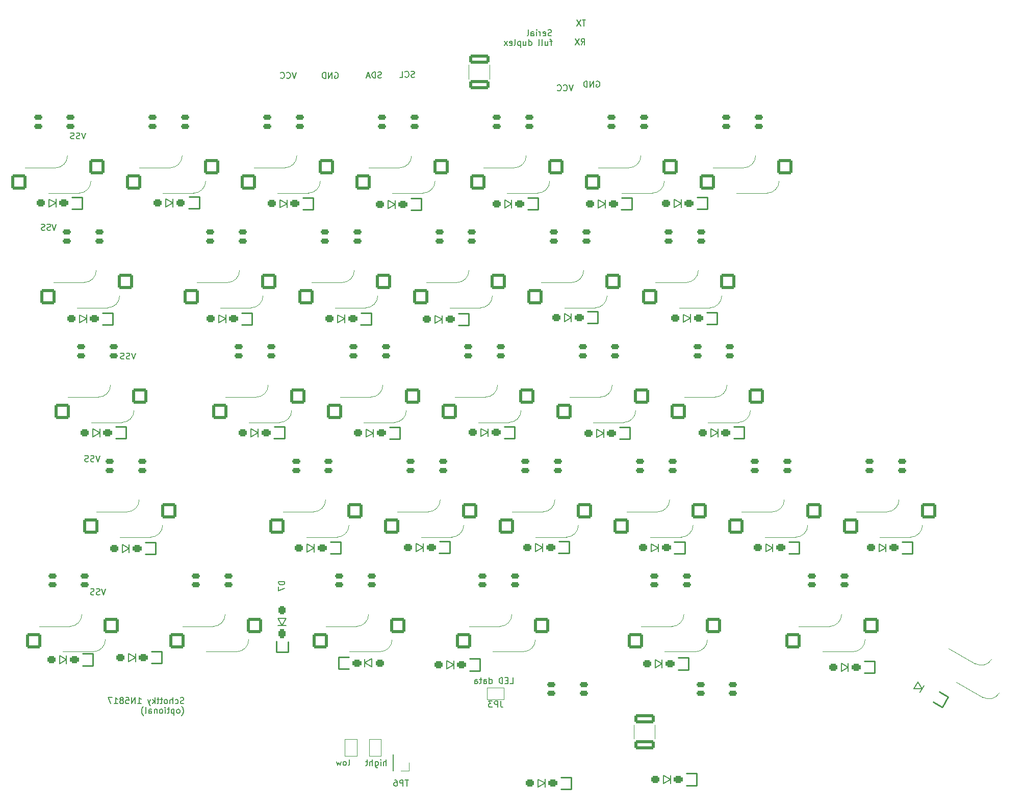
<source format=gbr>
%TF.GenerationSoftware,KiCad,Pcbnew,8.0.7*%
%TF.CreationDate,2025-06-02T16:21:18+02:00*%
%TF.ProjectId,pcb_keyboard_sx,7063625f-6b65-4796-926f-6172645f7378,rev?*%
%TF.SameCoordinates,Original*%
%TF.FileFunction,Legend,Bot*%
%TF.FilePolarity,Positive*%
%FSLAX46Y46*%
G04 Gerber Fmt 4.6, Leading zero omitted, Abs format (unit mm)*
G04 Created by KiCad (PCBNEW 8.0.7) date 2025-06-02 16:21:18*
%MOMM*%
%LPD*%
G01*
G04 APERTURE LIST*
G04 Aperture macros list*
%AMRoundRect*
0 Rectangle with rounded corners*
0 $1 Rounding radius*
0 $2 $3 $4 $5 $6 $7 $8 $9 X,Y pos of 4 corners*
0 Add a 4 corners polygon primitive as box body*
4,1,4,$2,$3,$4,$5,$6,$7,$8,$9,$2,$3,0*
0 Add four circle primitives for the rounded corners*
1,1,$1+$1,$2,$3*
1,1,$1+$1,$4,$5*
1,1,$1+$1,$6,$7*
1,1,$1+$1,$8,$9*
0 Add four rect primitives between the rounded corners*
20,1,$1+$1,$2,$3,$4,$5,0*
20,1,$1+$1,$4,$5,$6,$7,0*
20,1,$1+$1,$6,$7,$8,$9,0*
20,1,$1+$1,$8,$9,$2,$3,0*%
%AMRotRect*
0 Rectangle, with rotation*
0 The origin of the aperture is its center*
0 $1 length*
0 $2 width*
0 $3 Rotation angle, in degrees counterclockwise*
0 Add horizontal line*
21,1,$1,$2,0,0,$3*%
G04 Aperture macros list end*
%ADD10C,0.200000*%
%ADD11C,0.150000*%
%ADD12C,0.120000*%
%ADD13C,0.250000*%
%ADD14R,1.700000X1.700000*%
%ADD15C,1.750000*%
%ADD16C,3.050000*%
%ADD17C,4.000000*%
%ADD18RoundRect,0.250000X1.025000X1.000000X-1.025000X1.000000X-1.025000X-1.000000X1.025000X-1.000000X0*%
%ADD19O,1.800000X1.800000*%
%ADD20O,1.500000X1.500000*%
%ADD21O,1.700000X1.700000*%
%ADD22C,0.800000*%
%ADD23O,1.600000X2.000000*%
%ADD24C,1.900000*%
%ADD25C,3.450000*%
%ADD26C,2.200000*%
%ADD27R,1.400000X1.400000*%
%ADD28RoundRect,0.300000X0.400000X0.300000X-0.400000X0.300000X-0.400000X-0.300000X0.400000X-0.300000X0*%
%ADD29C,1.400000*%
%ADD30RoundRect,0.250000X1.387676X0.353525X-0.387676X1.378525X-1.387676X-0.353525X0.387676X-1.378525X0*%
%ADD31RoundRect,0.300000X0.450000X0.300000X-0.450000X0.300000X-0.450000X-0.300000X0.450000X-0.300000X0*%
%ADD32RoundRect,0.205000X0.495000X0.205000X-0.495000X0.205000X-0.495000X-0.205000X0.495000X-0.205000X0*%
%ADD33R,1.500000X1.000000*%
%ADD34RoundRect,0.205000X0.531183X-0.069965X-0.326183X0.425035X-0.531183X0.069965X0.326183X-0.425035X0*%
%ADD35R,1.000000X1.500000*%
%ADD36RoundRect,0.205000X-0.495000X-0.205000X0.495000X-0.205000X0.495000X0.205000X-0.495000X0.205000X0*%
%ADD37RotRect,1.400000X1.400000X150.000000*%
%ADD38RoundRect,0.300000X0.539711X0.034808X-0.239711X0.484808X-0.539711X-0.034808X0.239711X-0.484808X0*%
%ADD39RoundRect,0.300000X0.496410X0.059808X-0.196410X0.459808X-0.496410X-0.059808X0.196410X-0.459808X0*%
%ADD40RoundRect,0.250000X-1.450000X0.537500X-1.450000X-0.537500X1.450000X-0.537500X1.450000X0.537500X0*%
%ADD41RoundRect,0.300000X-0.450000X-0.300000X0.450000X-0.300000X0.450000X0.300000X-0.450000X0.300000X0*%
%ADD42RoundRect,0.300000X-0.400000X-0.300000X0.400000X-0.300000X0.400000X0.300000X-0.400000X0.300000X0*%
%ADD43RoundRect,0.300000X0.300000X-0.450000X0.300000X0.450000X-0.300000X0.450000X-0.300000X-0.450000X0*%
%ADD44RoundRect,0.300000X0.300000X-0.400000X0.300000X0.400000X-0.300000X0.400000X-0.300000X-0.400000X0*%
%ADD45RoundRect,0.250000X1.450000X-0.537500X1.450000X0.537500X-1.450000X0.537500X-1.450000X-0.537500X0*%
%ADD46R,1.700000X1.000000*%
G04 APERTURE END LIST*
D10*
X52211945Y-138656656D02*
X52069088Y-138704275D01*
X52069088Y-138704275D02*
X51830993Y-138704275D01*
X51830993Y-138704275D02*
X51735755Y-138656656D01*
X51735755Y-138656656D02*
X51688136Y-138609036D01*
X51688136Y-138609036D02*
X51640517Y-138513798D01*
X51640517Y-138513798D02*
X51640517Y-138418560D01*
X51640517Y-138418560D02*
X51688136Y-138323322D01*
X51688136Y-138323322D02*
X51735755Y-138275703D01*
X51735755Y-138275703D02*
X51830993Y-138228084D01*
X51830993Y-138228084D02*
X52021469Y-138180465D01*
X52021469Y-138180465D02*
X52116707Y-138132846D01*
X52116707Y-138132846D02*
X52164326Y-138085227D01*
X52164326Y-138085227D02*
X52211945Y-137989989D01*
X52211945Y-137989989D02*
X52211945Y-137894751D01*
X52211945Y-137894751D02*
X52164326Y-137799513D01*
X52164326Y-137799513D02*
X52116707Y-137751894D01*
X52116707Y-137751894D02*
X52021469Y-137704275D01*
X52021469Y-137704275D02*
X51783374Y-137704275D01*
X51783374Y-137704275D02*
X51640517Y-137751894D01*
X50783374Y-138656656D02*
X50878612Y-138704275D01*
X50878612Y-138704275D02*
X51069088Y-138704275D01*
X51069088Y-138704275D02*
X51164326Y-138656656D01*
X51164326Y-138656656D02*
X51211945Y-138609036D01*
X51211945Y-138609036D02*
X51259564Y-138513798D01*
X51259564Y-138513798D02*
X51259564Y-138228084D01*
X51259564Y-138228084D02*
X51211945Y-138132846D01*
X51211945Y-138132846D02*
X51164326Y-138085227D01*
X51164326Y-138085227D02*
X51069088Y-138037608D01*
X51069088Y-138037608D02*
X50878612Y-138037608D01*
X50878612Y-138037608D02*
X50783374Y-138085227D01*
X50354802Y-138704275D02*
X50354802Y-137704275D01*
X49926231Y-138704275D02*
X49926231Y-138180465D01*
X49926231Y-138180465D02*
X49973850Y-138085227D01*
X49973850Y-138085227D02*
X50069088Y-138037608D01*
X50069088Y-138037608D02*
X50211945Y-138037608D01*
X50211945Y-138037608D02*
X50307183Y-138085227D01*
X50307183Y-138085227D02*
X50354802Y-138132846D01*
X49307183Y-138704275D02*
X49402421Y-138656656D01*
X49402421Y-138656656D02*
X49450040Y-138609036D01*
X49450040Y-138609036D02*
X49497659Y-138513798D01*
X49497659Y-138513798D02*
X49497659Y-138228084D01*
X49497659Y-138228084D02*
X49450040Y-138132846D01*
X49450040Y-138132846D02*
X49402421Y-138085227D01*
X49402421Y-138085227D02*
X49307183Y-138037608D01*
X49307183Y-138037608D02*
X49164326Y-138037608D01*
X49164326Y-138037608D02*
X49069088Y-138085227D01*
X49069088Y-138085227D02*
X49021469Y-138132846D01*
X49021469Y-138132846D02*
X48973850Y-138228084D01*
X48973850Y-138228084D02*
X48973850Y-138513798D01*
X48973850Y-138513798D02*
X49021469Y-138609036D01*
X49021469Y-138609036D02*
X49069088Y-138656656D01*
X49069088Y-138656656D02*
X49164326Y-138704275D01*
X49164326Y-138704275D02*
X49307183Y-138704275D01*
X48688135Y-138037608D02*
X48307183Y-138037608D01*
X48545278Y-137704275D02*
X48545278Y-138561417D01*
X48545278Y-138561417D02*
X48497659Y-138656656D01*
X48497659Y-138656656D02*
X48402421Y-138704275D01*
X48402421Y-138704275D02*
X48307183Y-138704275D01*
X48116706Y-138037608D02*
X47735754Y-138037608D01*
X47973849Y-137704275D02*
X47973849Y-138561417D01*
X47973849Y-138561417D02*
X47926230Y-138656656D01*
X47926230Y-138656656D02*
X47830992Y-138704275D01*
X47830992Y-138704275D02*
X47735754Y-138704275D01*
X47402420Y-138704275D02*
X47402420Y-137704275D01*
X47307182Y-138323322D02*
X47021468Y-138704275D01*
X47021468Y-138037608D02*
X47402420Y-138418560D01*
X46688134Y-138037608D02*
X46450039Y-138704275D01*
X46211944Y-138037608D02*
X46450039Y-138704275D01*
X46450039Y-138704275D02*
X46545277Y-138942370D01*
X46545277Y-138942370D02*
X46592896Y-138989989D01*
X46592896Y-138989989D02*
X46688134Y-139037608D01*
X44545277Y-138704275D02*
X45116705Y-138704275D01*
X44830991Y-138704275D02*
X44830991Y-137704275D01*
X44830991Y-137704275D02*
X44926229Y-137847132D01*
X44926229Y-137847132D02*
X45021467Y-137942370D01*
X45021467Y-137942370D02*
X45116705Y-137989989D01*
X44116705Y-138704275D02*
X44116705Y-137704275D01*
X44116705Y-137704275D02*
X43545277Y-138704275D01*
X43545277Y-138704275D02*
X43545277Y-137704275D01*
X42592896Y-137704275D02*
X43069086Y-137704275D01*
X43069086Y-137704275D02*
X43116705Y-138180465D01*
X43116705Y-138180465D02*
X43069086Y-138132846D01*
X43069086Y-138132846D02*
X42973848Y-138085227D01*
X42973848Y-138085227D02*
X42735753Y-138085227D01*
X42735753Y-138085227D02*
X42640515Y-138132846D01*
X42640515Y-138132846D02*
X42592896Y-138180465D01*
X42592896Y-138180465D02*
X42545277Y-138275703D01*
X42545277Y-138275703D02*
X42545277Y-138513798D01*
X42545277Y-138513798D02*
X42592896Y-138609036D01*
X42592896Y-138609036D02*
X42640515Y-138656656D01*
X42640515Y-138656656D02*
X42735753Y-138704275D01*
X42735753Y-138704275D02*
X42973848Y-138704275D01*
X42973848Y-138704275D02*
X43069086Y-138656656D01*
X43069086Y-138656656D02*
X43116705Y-138609036D01*
X41973848Y-138132846D02*
X42069086Y-138085227D01*
X42069086Y-138085227D02*
X42116705Y-138037608D01*
X42116705Y-138037608D02*
X42164324Y-137942370D01*
X42164324Y-137942370D02*
X42164324Y-137894751D01*
X42164324Y-137894751D02*
X42116705Y-137799513D01*
X42116705Y-137799513D02*
X42069086Y-137751894D01*
X42069086Y-137751894D02*
X41973848Y-137704275D01*
X41973848Y-137704275D02*
X41783372Y-137704275D01*
X41783372Y-137704275D02*
X41688134Y-137751894D01*
X41688134Y-137751894D02*
X41640515Y-137799513D01*
X41640515Y-137799513D02*
X41592896Y-137894751D01*
X41592896Y-137894751D02*
X41592896Y-137942370D01*
X41592896Y-137942370D02*
X41640515Y-138037608D01*
X41640515Y-138037608D02*
X41688134Y-138085227D01*
X41688134Y-138085227D02*
X41783372Y-138132846D01*
X41783372Y-138132846D02*
X41973848Y-138132846D01*
X41973848Y-138132846D02*
X42069086Y-138180465D01*
X42069086Y-138180465D02*
X42116705Y-138228084D01*
X42116705Y-138228084D02*
X42164324Y-138323322D01*
X42164324Y-138323322D02*
X42164324Y-138513798D01*
X42164324Y-138513798D02*
X42116705Y-138609036D01*
X42116705Y-138609036D02*
X42069086Y-138656656D01*
X42069086Y-138656656D02*
X41973848Y-138704275D01*
X41973848Y-138704275D02*
X41783372Y-138704275D01*
X41783372Y-138704275D02*
X41688134Y-138656656D01*
X41688134Y-138656656D02*
X41640515Y-138609036D01*
X41640515Y-138609036D02*
X41592896Y-138513798D01*
X41592896Y-138513798D02*
X41592896Y-138323322D01*
X41592896Y-138323322D02*
X41640515Y-138228084D01*
X41640515Y-138228084D02*
X41688134Y-138180465D01*
X41688134Y-138180465D02*
X41783372Y-138132846D01*
X40640515Y-138704275D02*
X41211943Y-138704275D01*
X40926229Y-138704275D02*
X40926229Y-137704275D01*
X40926229Y-137704275D02*
X41021467Y-137847132D01*
X41021467Y-137847132D02*
X41116705Y-137942370D01*
X41116705Y-137942370D02*
X41211943Y-137989989D01*
X40307181Y-137704275D02*
X39640515Y-137704275D01*
X39640515Y-137704275D02*
X40069086Y-138704275D01*
X51878612Y-140695171D02*
X51926231Y-140647552D01*
X51926231Y-140647552D02*
X52021469Y-140504695D01*
X52021469Y-140504695D02*
X52069088Y-140409457D01*
X52069088Y-140409457D02*
X52116707Y-140266600D01*
X52116707Y-140266600D02*
X52164326Y-140028504D01*
X52164326Y-140028504D02*
X52164326Y-139838028D01*
X52164326Y-139838028D02*
X52116707Y-139599933D01*
X52116707Y-139599933D02*
X52069088Y-139457076D01*
X52069088Y-139457076D02*
X52021469Y-139361838D01*
X52021469Y-139361838D02*
X51926231Y-139218980D01*
X51926231Y-139218980D02*
X51878612Y-139171361D01*
X51354802Y-140314219D02*
X51450040Y-140266600D01*
X51450040Y-140266600D02*
X51497659Y-140218980D01*
X51497659Y-140218980D02*
X51545278Y-140123742D01*
X51545278Y-140123742D02*
X51545278Y-139838028D01*
X51545278Y-139838028D02*
X51497659Y-139742790D01*
X51497659Y-139742790D02*
X51450040Y-139695171D01*
X51450040Y-139695171D02*
X51354802Y-139647552D01*
X51354802Y-139647552D02*
X51211945Y-139647552D01*
X51211945Y-139647552D02*
X51116707Y-139695171D01*
X51116707Y-139695171D02*
X51069088Y-139742790D01*
X51069088Y-139742790D02*
X51021469Y-139838028D01*
X51021469Y-139838028D02*
X51021469Y-140123742D01*
X51021469Y-140123742D02*
X51069088Y-140218980D01*
X51069088Y-140218980D02*
X51116707Y-140266600D01*
X51116707Y-140266600D02*
X51211945Y-140314219D01*
X51211945Y-140314219D02*
X51354802Y-140314219D01*
X50592897Y-139647552D02*
X50592897Y-140647552D01*
X50592897Y-139695171D02*
X50497659Y-139647552D01*
X50497659Y-139647552D02*
X50307183Y-139647552D01*
X50307183Y-139647552D02*
X50211945Y-139695171D01*
X50211945Y-139695171D02*
X50164326Y-139742790D01*
X50164326Y-139742790D02*
X50116707Y-139838028D01*
X50116707Y-139838028D02*
X50116707Y-140123742D01*
X50116707Y-140123742D02*
X50164326Y-140218980D01*
X50164326Y-140218980D02*
X50211945Y-140266600D01*
X50211945Y-140266600D02*
X50307183Y-140314219D01*
X50307183Y-140314219D02*
X50497659Y-140314219D01*
X50497659Y-140314219D02*
X50592897Y-140266600D01*
X49830992Y-139647552D02*
X49450040Y-139647552D01*
X49688135Y-139314219D02*
X49688135Y-140171361D01*
X49688135Y-140171361D02*
X49640516Y-140266600D01*
X49640516Y-140266600D02*
X49545278Y-140314219D01*
X49545278Y-140314219D02*
X49450040Y-140314219D01*
X49116706Y-140314219D02*
X49116706Y-139647552D01*
X49116706Y-139314219D02*
X49164325Y-139361838D01*
X49164325Y-139361838D02*
X49116706Y-139409457D01*
X49116706Y-139409457D02*
X49069087Y-139361838D01*
X49069087Y-139361838D02*
X49116706Y-139314219D01*
X49116706Y-139314219D02*
X49116706Y-139409457D01*
X48497659Y-140314219D02*
X48592897Y-140266600D01*
X48592897Y-140266600D02*
X48640516Y-140218980D01*
X48640516Y-140218980D02*
X48688135Y-140123742D01*
X48688135Y-140123742D02*
X48688135Y-139838028D01*
X48688135Y-139838028D02*
X48640516Y-139742790D01*
X48640516Y-139742790D02*
X48592897Y-139695171D01*
X48592897Y-139695171D02*
X48497659Y-139647552D01*
X48497659Y-139647552D02*
X48354802Y-139647552D01*
X48354802Y-139647552D02*
X48259564Y-139695171D01*
X48259564Y-139695171D02*
X48211945Y-139742790D01*
X48211945Y-139742790D02*
X48164326Y-139838028D01*
X48164326Y-139838028D02*
X48164326Y-140123742D01*
X48164326Y-140123742D02*
X48211945Y-140218980D01*
X48211945Y-140218980D02*
X48259564Y-140266600D01*
X48259564Y-140266600D02*
X48354802Y-140314219D01*
X48354802Y-140314219D02*
X48497659Y-140314219D01*
X47735754Y-139647552D02*
X47735754Y-140314219D01*
X47735754Y-139742790D02*
X47688135Y-139695171D01*
X47688135Y-139695171D02*
X47592897Y-139647552D01*
X47592897Y-139647552D02*
X47450040Y-139647552D01*
X47450040Y-139647552D02*
X47354802Y-139695171D01*
X47354802Y-139695171D02*
X47307183Y-139790409D01*
X47307183Y-139790409D02*
X47307183Y-140314219D01*
X46402421Y-140314219D02*
X46402421Y-139790409D01*
X46402421Y-139790409D02*
X46450040Y-139695171D01*
X46450040Y-139695171D02*
X46545278Y-139647552D01*
X46545278Y-139647552D02*
X46735754Y-139647552D01*
X46735754Y-139647552D02*
X46830992Y-139695171D01*
X46402421Y-140266600D02*
X46497659Y-140314219D01*
X46497659Y-140314219D02*
X46735754Y-140314219D01*
X46735754Y-140314219D02*
X46830992Y-140266600D01*
X46830992Y-140266600D02*
X46878611Y-140171361D01*
X46878611Y-140171361D02*
X46878611Y-140076123D01*
X46878611Y-140076123D02*
X46830992Y-139980885D01*
X46830992Y-139980885D02*
X46735754Y-139933266D01*
X46735754Y-139933266D02*
X46497659Y-139933266D01*
X46497659Y-139933266D02*
X46402421Y-139885647D01*
X45783373Y-140314219D02*
X45878611Y-140266600D01*
X45878611Y-140266600D02*
X45926230Y-140171361D01*
X45926230Y-140171361D02*
X45926230Y-139314219D01*
X45497658Y-140695171D02*
X45450039Y-140647552D01*
X45450039Y-140647552D02*
X45354801Y-140504695D01*
X45354801Y-140504695D02*
X45307182Y-140409457D01*
X45307182Y-140409457D02*
X45259563Y-140266600D01*
X45259563Y-140266600D02*
X45211944Y-140028504D01*
X45211944Y-140028504D02*
X45211944Y-139838028D01*
X45211944Y-139838028D02*
X45259563Y-139599933D01*
X45259563Y-139599933D02*
X45307182Y-139457076D01*
X45307182Y-139457076D02*
X45354801Y-139361838D01*
X45354801Y-139361838D02*
X45450039Y-139218980D01*
X45450039Y-139218980D02*
X45497658Y-139171361D01*
X35897183Y-43904219D02*
X35563850Y-44904219D01*
X35563850Y-44904219D02*
X35230517Y-43904219D01*
X34944802Y-44856600D02*
X34801945Y-44904219D01*
X34801945Y-44904219D02*
X34563850Y-44904219D01*
X34563850Y-44904219D02*
X34468612Y-44856600D01*
X34468612Y-44856600D02*
X34420993Y-44808980D01*
X34420993Y-44808980D02*
X34373374Y-44713742D01*
X34373374Y-44713742D02*
X34373374Y-44618504D01*
X34373374Y-44618504D02*
X34420993Y-44523266D01*
X34420993Y-44523266D02*
X34468612Y-44475647D01*
X34468612Y-44475647D02*
X34563850Y-44428028D01*
X34563850Y-44428028D02*
X34754326Y-44380409D01*
X34754326Y-44380409D02*
X34849564Y-44332790D01*
X34849564Y-44332790D02*
X34897183Y-44285171D01*
X34897183Y-44285171D02*
X34944802Y-44189933D01*
X34944802Y-44189933D02*
X34944802Y-44094695D01*
X34944802Y-44094695D02*
X34897183Y-43999457D01*
X34897183Y-43999457D02*
X34849564Y-43951838D01*
X34849564Y-43951838D02*
X34754326Y-43904219D01*
X34754326Y-43904219D02*
X34516231Y-43904219D01*
X34516231Y-43904219D02*
X34373374Y-43951838D01*
X33992421Y-44856600D02*
X33849564Y-44904219D01*
X33849564Y-44904219D02*
X33611469Y-44904219D01*
X33611469Y-44904219D02*
X33516231Y-44856600D01*
X33516231Y-44856600D02*
X33468612Y-44808980D01*
X33468612Y-44808980D02*
X33420993Y-44713742D01*
X33420993Y-44713742D02*
X33420993Y-44618504D01*
X33420993Y-44618504D02*
X33468612Y-44523266D01*
X33468612Y-44523266D02*
X33516231Y-44475647D01*
X33516231Y-44475647D02*
X33611469Y-44428028D01*
X33611469Y-44428028D02*
X33801945Y-44380409D01*
X33801945Y-44380409D02*
X33897183Y-44332790D01*
X33897183Y-44332790D02*
X33944802Y-44285171D01*
X33944802Y-44285171D02*
X33992421Y-44189933D01*
X33992421Y-44189933D02*
X33992421Y-44094695D01*
X33992421Y-44094695D02*
X33944802Y-43999457D01*
X33944802Y-43999457D02*
X33897183Y-43951838D01*
X33897183Y-43951838D02*
X33801945Y-43904219D01*
X33801945Y-43904219D02*
X33563850Y-43904219D01*
X33563850Y-43904219D02*
X33420993Y-43951838D01*
X85824326Y-148984219D02*
X85824326Y-147984219D01*
X85395755Y-148984219D02*
X85395755Y-148460409D01*
X85395755Y-148460409D02*
X85443374Y-148365171D01*
X85443374Y-148365171D02*
X85538612Y-148317552D01*
X85538612Y-148317552D02*
X85681469Y-148317552D01*
X85681469Y-148317552D02*
X85776707Y-148365171D01*
X85776707Y-148365171D02*
X85824326Y-148412790D01*
X84919564Y-148984219D02*
X84919564Y-148317552D01*
X84919564Y-147984219D02*
X84967183Y-148031838D01*
X84967183Y-148031838D02*
X84919564Y-148079457D01*
X84919564Y-148079457D02*
X84871945Y-148031838D01*
X84871945Y-148031838D02*
X84919564Y-147984219D01*
X84919564Y-147984219D02*
X84919564Y-148079457D01*
X84014803Y-148317552D02*
X84014803Y-149127076D01*
X84014803Y-149127076D02*
X84062422Y-149222314D01*
X84062422Y-149222314D02*
X84110041Y-149269933D01*
X84110041Y-149269933D02*
X84205279Y-149317552D01*
X84205279Y-149317552D02*
X84348136Y-149317552D01*
X84348136Y-149317552D02*
X84443374Y-149269933D01*
X84014803Y-148936600D02*
X84110041Y-148984219D01*
X84110041Y-148984219D02*
X84300517Y-148984219D01*
X84300517Y-148984219D02*
X84395755Y-148936600D01*
X84395755Y-148936600D02*
X84443374Y-148888980D01*
X84443374Y-148888980D02*
X84490993Y-148793742D01*
X84490993Y-148793742D02*
X84490993Y-148508028D01*
X84490993Y-148508028D02*
X84443374Y-148412790D01*
X84443374Y-148412790D02*
X84395755Y-148365171D01*
X84395755Y-148365171D02*
X84300517Y-148317552D01*
X84300517Y-148317552D02*
X84110041Y-148317552D01*
X84110041Y-148317552D02*
X84014803Y-148365171D01*
X83538612Y-148984219D02*
X83538612Y-147984219D01*
X83110041Y-148984219D02*
X83110041Y-148460409D01*
X83110041Y-148460409D02*
X83157660Y-148365171D01*
X83157660Y-148365171D02*
X83252898Y-148317552D01*
X83252898Y-148317552D02*
X83395755Y-148317552D01*
X83395755Y-148317552D02*
X83490993Y-148365171D01*
X83490993Y-148365171D02*
X83538612Y-148412790D01*
X82776707Y-148317552D02*
X82395755Y-148317552D01*
X82633850Y-147984219D02*
X82633850Y-148841361D01*
X82633850Y-148841361D02*
X82586231Y-148936600D01*
X82586231Y-148936600D02*
X82490993Y-148984219D01*
X82490993Y-148984219D02*
X82395755Y-148984219D01*
X77279517Y-33910838D02*
X77374755Y-33863219D01*
X77374755Y-33863219D02*
X77517612Y-33863219D01*
X77517612Y-33863219D02*
X77660469Y-33910838D01*
X77660469Y-33910838D02*
X77755707Y-34006076D01*
X77755707Y-34006076D02*
X77803326Y-34101314D01*
X77803326Y-34101314D02*
X77850945Y-34291790D01*
X77850945Y-34291790D02*
X77850945Y-34434647D01*
X77850945Y-34434647D02*
X77803326Y-34625123D01*
X77803326Y-34625123D02*
X77755707Y-34720361D01*
X77755707Y-34720361D02*
X77660469Y-34815600D01*
X77660469Y-34815600D02*
X77517612Y-34863219D01*
X77517612Y-34863219D02*
X77422374Y-34863219D01*
X77422374Y-34863219D02*
X77279517Y-34815600D01*
X77279517Y-34815600D02*
X77231898Y-34767980D01*
X77231898Y-34767980D02*
X77231898Y-34434647D01*
X77231898Y-34434647D02*
X77422374Y-34434647D01*
X76803326Y-34863219D02*
X76803326Y-33863219D01*
X76803326Y-33863219D02*
X76231898Y-34863219D01*
X76231898Y-34863219D02*
X76231898Y-33863219D01*
X75755707Y-34863219D02*
X75755707Y-33863219D01*
X75755707Y-33863219D02*
X75517612Y-33863219D01*
X75517612Y-33863219D02*
X75374755Y-33910838D01*
X75374755Y-33910838D02*
X75279517Y-34006076D01*
X75279517Y-34006076D02*
X75231898Y-34101314D01*
X75231898Y-34101314D02*
X75184279Y-34291790D01*
X75184279Y-34291790D02*
X75184279Y-34434647D01*
X75184279Y-34434647D02*
X75231898Y-34625123D01*
X75231898Y-34625123D02*
X75279517Y-34720361D01*
X75279517Y-34720361D02*
X75374755Y-34815600D01*
X75374755Y-34815600D02*
X75517612Y-34863219D01*
X75517612Y-34863219D02*
X75755707Y-34863219D01*
X116827183Y-35934219D02*
X116493850Y-36934219D01*
X116493850Y-36934219D02*
X116160517Y-35934219D01*
X115255755Y-36838980D02*
X115303374Y-36886600D01*
X115303374Y-36886600D02*
X115446231Y-36934219D01*
X115446231Y-36934219D02*
X115541469Y-36934219D01*
X115541469Y-36934219D02*
X115684326Y-36886600D01*
X115684326Y-36886600D02*
X115779564Y-36791361D01*
X115779564Y-36791361D02*
X115827183Y-36696123D01*
X115827183Y-36696123D02*
X115874802Y-36505647D01*
X115874802Y-36505647D02*
X115874802Y-36362790D01*
X115874802Y-36362790D02*
X115827183Y-36172314D01*
X115827183Y-36172314D02*
X115779564Y-36077076D01*
X115779564Y-36077076D02*
X115684326Y-35981838D01*
X115684326Y-35981838D02*
X115541469Y-35934219D01*
X115541469Y-35934219D02*
X115446231Y-35934219D01*
X115446231Y-35934219D02*
X115303374Y-35981838D01*
X115303374Y-35981838D02*
X115255755Y-36029457D01*
X114255755Y-36838980D02*
X114303374Y-36886600D01*
X114303374Y-36886600D02*
X114446231Y-36934219D01*
X114446231Y-36934219D02*
X114541469Y-36934219D01*
X114541469Y-36934219D02*
X114684326Y-36886600D01*
X114684326Y-36886600D02*
X114779564Y-36791361D01*
X114779564Y-36791361D02*
X114827183Y-36696123D01*
X114827183Y-36696123D02*
X114874802Y-36505647D01*
X114874802Y-36505647D02*
X114874802Y-36362790D01*
X114874802Y-36362790D02*
X114827183Y-36172314D01*
X114827183Y-36172314D02*
X114779564Y-36077076D01*
X114779564Y-36077076D02*
X114684326Y-35981838D01*
X114684326Y-35981838D02*
X114541469Y-35934219D01*
X114541469Y-35934219D02*
X114446231Y-35934219D01*
X114446231Y-35934219D02*
X114303374Y-35981838D01*
X114303374Y-35981838D02*
X114255755Y-36029457D01*
X89527183Y-151384219D02*
X88955755Y-151384219D01*
X89241469Y-152384219D02*
X89241469Y-151384219D01*
X88622421Y-152384219D02*
X88622421Y-151384219D01*
X88622421Y-151384219D02*
X88241469Y-151384219D01*
X88241469Y-151384219D02*
X88146231Y-151431838D01*
X88146231Y-151431838D02*
X88098612Y-151479457D01*
X88098612Y-151479457D02*
X88050993Y-151574695D01*
X88050993Y-151574695D02*
X88050993Y-151717552D01*
X88050993Y-151717552D02*
X88098612Y-151812790D01*
X88098612Y-151812790D02*
X88146231Y-151860409D01*
X88146231Y-151860409D02*
X88241469Y-151908028D01*
X88241469Y-151908028D02*
X88622421Y-151908028D01*
X87193850Y-151384219D02*
X87384326Y-151384219D01*
X87384326Y-151384219D02*
X87479564Y-151431838D01*
X87479564Y-151431838D02*
X87527183Y-151479457D01*
X87527183Y-151479457D02*
X87622421Y-151622314D01*
X87622421Y-151622314D02*
X87670040Y-151812790D01*
X87670040Y-151812790D02*
X87670040Y-152193742D01*
X87670040Y-152193742D02*
X87622421Y-152288980D01*
X87622421Y-152288980D02*
X87574802Y-152336600D01*
X87574802Y-152336600D02*
X87479564Y-152384219D01*
X87479564Y-152384219D02*
X87289088Y-152384219D01*
X87289088Y-152384219D02*
X87193850Y-152336600D01*
X87193850Y-152336600D02*
X87146231Y-152288980D01*
X87146231Y-152288980D02*
X87098612Y-152193742D01*
X87098612Y-152193742D02*
X87098612Y-151955647D01*
X87098612Y-151955647D02*
X87146231Y-151860409D01*
X87146231Y-151860409D02*
X87193850Y-151812790D01*
X87193850Y-151812790D02*
X87289088Y-151765171D01*
X87289088Y-151765171D02*
X87479564Y-151765171D01*
X87479564Y-151765171D02*
X87574802Y-151812790D01*
X87574802Y-151812790D02*
X87622421Y-151860409D01*
X87622421Y-151860409D02*
X87670040Y-151955647D01*
X118917183Y-25144219D02*
X118345755Y-25144219D01*
X118631469Y-26144219D02*
X118631469Y-25144219D01*
X118107659Y-25144219D02*
X117440993Y-26144219D01*
X117440993Y-25144219D02*
X118107659Y-26144219D01*
X79511469Y-148964219D02*
X79606707Y-148916600D01*
X79606707Y-148916600D02*
X79654326Y-148821361D01*
X79654326Y-148821361D02*
X79654326Y-147964219D01*
X78987659Y-148964219D02*
X79082897Y-148916600D01*
X79082897Y-148916600D02*
X79130516Y-148868980D01*
X79130516Y-148868980D02*
X79178135Y-148773742D01*
X79178135Y-148773742D02*
X79178135Y-148488028D01*
X79178135Y-148488028D02*
X79130516Y-148392790D01*
X79130516Y-148392790D02*
X79082897Y-148345171D01*
X79082897Y-148345171D02*
X78987659Y-148297552D01*
X78987659Y-148297552D02*
X78844802Y-148297552D01*
X78844802Y-148297552D02*
X78749564Y-148345171D01*
X78749564Y-148345171D02*
X78701945Y-148392790D01*
X78701945Y-148392790D02*
X78654326Y-148488028D01*
X78654326Y-148488028D02*
X78654326Y-148773742D01*
X78654326Y-148773742D02*
X78701945Y-148868980D01*
X78701945Y-148868980D02*
X78749564Y-148916600D01*
X78749564Y-148916600D02*
X78844802Y-148964219D01*
X78844802Y-148964219D02*
X78987659Y-148964219D01*
X78320992Y-148297552D02*
X78130516Y-148964219D01*
X78130516Y-148964219D02*
X77940040Y-148488028D01*
X77940040Y-148488028D02*
X77749564Y-148964219D01*
X77749564Y-148964219D02*
X77559088Y-148297552D01*
X113251945Y-27736656D02*
X113109088Y-27784275D01*
X113109088Y-27784275D02*
X112870993Y-27784275D01*
X112870993Y-27784275D02*
X112775755Y-27736656D01*
X112775755Y-27736656D02*
X112728136Y-27689036D01*
X112728136Y-27689036D02*
X112680517Y-27593798D01*
X112680517Y-27593798D02*
X112680517Y-27498560D01*
X112680517Y-27498560D02*
X112728136Y-27403322D01*
X112728136Y-27403322D02*
X112775755Y-27355703D01*
X112775755Y-27355703D02*
X112870993Y-27308084D01*
X112870993Y-27308084D02*
X113061469Y-27260465D01*
X113061469Y-27260465D02*
X113156707Y-27212846D01*
X113156707Y-27212846D02*
X113204326Y-27165227D01*
X113204326Y-27165227D02*
X113251945Y-27069989D01*
X113251945Y-27069989D02*
X113251945Y-26974751D01*
X113251945Y-26974751D02*
X113204326Y-26879513D01*
X113204326Y-26879513D02*
X113156707Y-26831894D01*
X113156707Y-26831894D02*
X113061469Y-26784275D01*
X113061469Y-26784275D02*
X112823374Y-26784275D01*
X112823374Y-26784275D02*
X112680517Y-26831894D01*
X111870993Y-27736656D02*
X111966231Y-27784275D01*
X111966231Y-27784275D02*
X112156707Y-27784275D01*
X112156707Y-27784275D02*
X112251945Y-27736656D01*
X112251945Y-27736656D02*
X112299564Y-27641417D01*
X112299564Y-27641417D02*
X112299564Y-27260465D01*
X112299564Y-27260465D02*
X112251945Y-27165227D01*
X112251945Y-27165227D02*
X112156707Y-27117608D01*
X112156707Y-27117608D02*
X111966231Y-27117608D01*
X111966231Y-27117608D02*
X111870993Y-27165227D01*
X111870993Y-27165227D02*
X111823374Y-27260465D01*
X111823374Y-27260465D02*
X111823374Y-27355703D01*
X111823374Y-27355703D02*
X112299564Y-27450941D01*
X111394802Y-27784275D02*
X111394802Y-27117608D01*
X111394802Y-27308084D02*
X111347183Y-27212846D01*
X111347183Y-27212846D02*
X111299564Y-27165227D01*
X111299564Y-27165227D02*
X111204326Y-27117608D01*
X111204326Y-27117608D02*
X111109088Y-27117608D01*
X110775754Y-27784275D02*
X110775754Y-27117608D01*
X110775754Y-26784275D02*
X110823373Y-26831894D01*
X110823373Y-26831894D02*
X110775754Y-26879513D01*
X110775754Y-26879513D02*
X110728135Y-26831894D01*
X110728135Y-26831894D02*
X110775754Y-26784275D01*
X110775754Y-26784275D02*
X110775754Y-26879513D01*
X109870993Y-27784275D02*
X109870993Y-27260465D01*
X109870993Y-27260465D02*
X109918612Y-27165227D01*
X109918612Y-27165227D02*
X110013850Y-27117608D01*
X110013850Y-27117608D02*
X110204326Y-27117608D01*
X110204326Y-27117608D02*
X110299564Y-27165227D01*
X109870993Y-27736656D02*
X109966231Y-27784275D01*
X109966231Y-27784275D02*
X110204326Y-27784275D01*
X110204326Y-27784275D02*
X110299564Y-27736656D01*
X110299564Y-27736656D02*
X110347183Y-27641417D01*
X110347183Y-27641417D02*
X110347183Y-27546179D01*
X110347183Y-27546179D02*
X110299564Y-27450941D01*
X110299564Y-27450941D02*
X110204326Y-27403322D01*
X110204326Y-27403322D02*
X109966231Y-27403322D01*
X109966231Y-27403322D02*
X109870993Y-27355703D01*
X109251945Y-27784275D02*
X109347183Y-27736656D01*
X109347183Y-27736656D02*
X109394802Y-27641417D01*
X109394802Y-27641417D02*
X109394802Y-26784275D01*
X113347183Y-28727552D02*
X112966231Y-28727552D01*
X113204326Y-29394219D02*
X113204326Y-28537076D01*
X113204326Y-28537076D02*
X113156707Y-28441838D01*
X113156707Y-28441838D02*
X113061469Y-28394219D01*
X113061469Y-28394219D02*
X112966231Y-28394219D01*
X112204326Y-28727552D02*
X112204326Y-29394219D01*
X112632897Y-28727552D02*
X112632897Y-29251361D01*
X112632897Y-29251361D02*
X112585278Y-29346600D01*
X112585278Y-29346600D02*
X112490040Y-29394219D01*
X112490040Y-29394219D02*
X112347183Y-29394219D01*
X112347183Y-29394219D02*
X112251945Y-29346600D01*
X112251945Y-29346600D02*
X112204326Y-29298980D01*
X111585278Y-29394219D02*
X111680516Y-29346600D01*
X111680516Y-29346600D02*
X111728135Y-29251361D01*
X111728135Y-29251361D02*
X111728135Y-28394219D01*
X111061468Y-29394219D02*
X111156706Y-29346600D01*
X111156706Y-29346600D02*
X111204325Y-29251361D01*
X111204325Y-29251361D02*
X111204325Y-28394219D01*
X109490039Y-29394219D02*
X109490039Y-28394219D01*
X109490039Y-29346600D02*
X109585277Y-29394219D01*
X109585277Y-29394219D02*
X109775753Y-29394219D01*
X109775753Y-29394219D02*
X109870991Y-29346600D01*
X109870991Y-29346600D02*
X109918610Y-29298980D01*
X109918610Y-29298980D02*
X109966229Y-29203742D01*
X109966229Y-29203742D02*
X109966229Y-28918028D01*
X109966229Y-28918028D02*
X109918610Y-28822790D01*
X109918610Y-28822790D02*
X109870991Y-28775171D01*
X109870991Y-28775171D02*
X109775753Y-28727552D01*
X109775753Y-28727552D02*
X109585277Y-28727552D01*
X109585277Y-28727552D02*
X109490039Y-28775171D01*
X108585277Y-28727552D02*
X108585277Y-29394219D01*
X109013848Y-28727552D02*
X109013848Y-29251361D01*
X109013848Y-29251361D02*
X108966229Y-29346600D01*
X108966229Y-29346600D02*
X108870991Y-29394219D01*
X108870991Y-29394219D02*
X108728134Y-29394219D01*
X108728134Y-29394219D02*
X108632896Y-29346600D01*
X108632896Y-29346600D02*
X108585277Y-29298980D01*
X108109086Y-28727552D02*
X108109086Y-29727552D01*
X108109086Y-28775171D02*
X108013848Y-28727552D01*
X108013848Y-28727552D02*
X107823372Y-28727552D01*
X107823372Y-28727552D02*
X107728134Y-28775171D01*
X107728134Y-28775171D02*
X107680515Y-28822790D01*
X107680515Y-28822790D02*
X107632896Y-28918028D01*
X107632896Y-28918028D02*
X107632896Y-29203742D01*
X107632896Y-29203742D02*
X107680515Y-29298980D01*
X107680515Y-29298980D02*
X107728134Y-29346600D01*
X107728134Y-29346600D02*
X107823372Y-29394219D01*
X107823372Y-29394219D02*
X108013848Y-29394219D01*
X108013848Y-29394219D02*
X108109086Y-29346600D01*
X107061467Y-29394219D02*
X107156705Y-29346600D01*
X107156705Y-29346600D02*
X107204324Y-29251361D01*
X107204324Y-29251361D02*
X107204324Y-28394219D01*
X106299562Y-29346600D02*
X106394800Y-29394219D01*
X106394800Y-29394219D02*
X106585276Y-29394219D01*
X106585276Y-29394219D02*
X106680514Y-29346600D01*
X106680514Y-29346600D02*
X106728133Y-29251361D01*
X106728133Y-29251361D02*
X106728133Y-28870409D01*
X106728133Y-28870409D02*
X106680514Y-28775171D01*
X106680514Y-28775171D02*
X106585276Y-28727552D01*
X106585276Y-28727552D02*
X106394800Y-28727552D01*
X106394800Y-28727552D02*
X106299562Y-28775171D01*
X106299562Y-28775171D02*
X106251943Y-28870409D01*
X106251943Y-28870409D02*
X106251943Y-28965647D01*
X106251943Y-28965647D02*
X106728133Y-29060885D01*
X105918609Y-29394219D02*
X105394800Y-28727552D01*
X105918609Y-28727552D02*
X105394800Y-29394219D01*
X120710517Y-35351838D02*
X120805755Y-35304219D01*
X120805755Y-35304219D02*
X120948612Y-35304219D01*
X120948612Y-35304219D02*
X121091469Y-35351838D01*
X121091469Y-35351838D02*
X121186707Y-35447076D01*
X121186707Y-35447076D02*
X121234326Y-35542314D01*
X121234326Y-35542314D02*
X121281945Y-35732790D01*
X121281945Y-35732790D02*
X121281945Y-35875647D01*
X121281945Y-35875647D02*
X121234326Y-36066123D01*
X121234326Y-36066123D02*
X121186707Y-36161361D01*
X121186707Y-36161361D02*
X121091469Y-36256600D01*
X121091469Y-36256600D02*
X120948612Y-36304219D01*
X120948612Y-36304219D02*
X120853374Y-36304219D01*
X120853374Y-36304219D02*
X120710517Y-36256600D01*
X120710517Y-36256600D02*
X120662898Y-36208980D01*
X120662898Y-36208980D02*
X120662898Y-35875647D01*
X120662898Y-35875647D02*
X120853374Y-35875647D01*
X120234326Y-36304219D02*
X120234326Y-35304219D01*
X120234326Y-35304219D02*
X119662898Y-36304219D01*
X119662898Y-36304219D02*
X119662898Y-35304219D01*
X119186707Y-36304219D02*
X119186707Y-35304219D01*
X119186707Y-35304219D02*
X118948612Y-35304219D01*
X118948612Y-35304219D02*
X118805755Y-35351838D01*
X118805755Y-35351838D02*
X118710517Y-35447076D01*
X118710517Y-35447076D02*
X118662898Y-35542314D01*
X118662898Y-35542314D02*
X118615279Y-35732790D01*
X118615279Y-35732790D02*
X118615279Y-35875647D01*
X118615279Y-35875647D02*
X118662898Y-36066123D01*
X118662898Y-36066123D02*
X118710517Y-36161361D01*
X118710517Y-36161361D02*
X118805755Y-36256600D01*
X118805755Y-36256600D02*
X118948612Y-36304219D01*
X118948612Y-36304219D02*
X119186707Y-36304219D01*
X38257183Y-97514219D02*
X37923850Y-98514219D01*
X37923850Y-98514219D02*
X37590517Y-97514219D01*
X37304802Y-98466600D02*
X37161945Y-98514219D01*
X37161945Y-98514219D02*
X36923850Y-98514219D01*
X36923850Y-98514219D02*
X36828612Y-98466600D01*
X36828612Y-98466600D02*
X36780993Y-98418980D01*
X36780993Y-98418980D02*
X36733374Y-98323742D01*
X36733374Y-98323742D02*
X36733374Y-98228504D01*
X36733374Y-98228504D02*
X36780993Y-98133266D01*
X36780993Y-98133266D02*
X36828612Y-98085647D01*
X36828612Y-98085647D02*
X36923850Y-98038028D01*
X36923850Y-98038028D02*
X37114326Y-97990409D01*
X37114326Y-97990409D02*
X37209564Y-97942790D01*
X37209564Y-97942790D02*
X37257183Y-97895171D01*
X37257183Y-97895171D02*
X37304802Y-97799933D01*
X37304802Y-97799933D02*
X37304802Y-97704695D01*
X37304802Y-97704695D02*
X37257183Y-97609457D01*
X37257183Y-97609457D02*
X37209564Y-97561838D01*
X37209564Y-97561838D02*
X37114326Y-97514219D01*
X37114326Y-97514219D02*
X36876231Y-97514219D01*
X36876231Y-97514219D02*
X36733374Y-97561838D01*
X36352421Y-98466600D02*
X36209564Y-98514219D01*
X36209564Y-98514219D02*
X35971469Y-98514219D01*
X35971469Y-98514219D02*
X35876231Y-98466600D01*
X35876231Y-98466600D02*
X35828612Y-98418980D01*
X35828612Y-98418980D02*
X35780993Y-98323742D01*
X35780993Y-98323742D02*
X35780993Y-98228504D01*
X35780993Y-98228504D02*
X35828612Y-98133266D01*
X35828612Y-98133266D02*
X35876231Y-98085647D01*
X35876231Y-98085647D02*
X35971469Y-98038028D01*
X35971469Y-98038028D02*
X36161945Y-97990409D01*
X36161945Y-97990409D02*
X36257183Y-97942790D01*
X36257183Y-97942790D02*
X36304802Y-97895171D01*
X36304802Y-97895171D02*
X36352421Y-97799933D01*
X36352421Y-97799933D02*
X36352421Y-97704695D01*
X36352421Y-97704695D02*
X36304802Y-97609457D01*
X36304802Y-97609457D02*
X36257183Y-97561838D01*
X36257183Y-97561838D02*
X36161945Y-97514219D01*
X36161945Y-97514219D02*
X35923850Y-97514219D01*
X35923850Y-97514219D02*
X35780993Y-97561838D01*
X118172898Y-29264219D02*
X118506231Y-28788028D01*
X118744326Y-29264219D02*
X118744326Y-28264219D01*
X118744326Y-28264219D02*
X118363374Y-28264219D01*
X118363374Y-28264219D02*
X118268136Y-28311838D01*
X118268136Y-28311838D02*
X118220517Y-28359457D01*
X118220517Y-28359457D02*
X118172898Y-28454695D01*
X118172898Y-28454695D02*
X118172898Y-28597552D01*
X118172898Y-28597552D02*
X118220517Y-28692790D01*
X118220517Y-28692790D02*
X118268136Y-28740409D01*
X118268136Y-28740409D02*
X118363374Y-28788028D01*
X118363374Y-28788028D02*
X118744326Y-28788028D01*
X117839564Y-28264219D02*
X117172898Y-29264219D01*
X117172898Y-28264219D02*
X117839564Y-29264219D01*
X39207183Y-119624219D02*
X38873850Y-120624219D01*
X38873850Y-120624219D02*
X38540517Y-119624219D01*
X38254802Y-120576600D02*
X38111945Y-120624219D01*
X38111945Y-120624219D02*
X37873850Y-120624219D01*
X37873850Y-120624219D02*
X37778612Y-120576600D01*
X37778612Y-120576600D02*
X37730993Y-120528980D01*
X37730993Y-120528980D02*
X37683374Y-120433742D01*
X37683374Y-120433742D02*
X37683374Y-120338504D01*
X37683374Y-120338504D02*
X37730993Y-120243266D01*
X37730993Y-120243266D02*
X37778612Y-120195647D01*
X37778612Y-120195647D02*
X37873850Y-120148028D01*
X37873850Y-120148028D02*
X38064326Y-120100409D01*
X38064326Y-120100409D02*
X38159564Y-120052790D01*
X38159564Y-120052790D02*
X38207183Y-120005171D01*
X38207183Y-120005171D02*
X38254802Y-119909933D01*
X38254802Y-119909933D02*
X38254802Y-119814695D01*
X38254802Y-119814695D02*
X38207183Y-119719457D01*
X38207183Y-119719457D02*
X38159564Y-119671838D01*
X38159564Y-119671838D02*
X38064326Y-119624219D01*
X38064326Y-119624219D02*
X37826231Y-119624219D01*
X37826231Y-119624219D02*
X37683374Y-119671838D01*
X37302421Y-120576600D02*
X37159564Y-120624219D01*
X37159564Y-120624219D02*
X36921469Y-120624219D01*
X36921469Y-120624219D02*
X36826231Y-120576600D01*
X36826231Y-120576600D02*
X36778612Y-120528980D01*
X36778612Y-120528980D02*
X36730993Y-120433742D01*
X36730993Y-120433742D02*
X36730993Y-120338504D01*
X36730993Y-120338504D02*
X36778612Y-120243266D01*
X36778612Y-120243266D02*
X36826231Y-120195647D01*
X36826231Y-120195647D02*
X36921469Y-120148028D01*
X36921469Y-120148028D02*
X37111945Y-120100409D01*
X37111945Y-120100409D02*
X37207183Y-120052790D01*
X37207183Y-120052790D02*
X37254802Y-120005171D01*
X37254802Y-120005171D02*
X37302421Y-119909933D01*
X37302421Y-119909933D02*
X37302421Y-119814695D01*
X37302421Y-119814695D02*
X37254802Y-119719457D01*
X37254802Y-119719457D02*
X37207183Y-119671838D01*
X37207183Y-119671838D02*
X37111945Y-119624219D01*
X37111945Y-119624219D02*
X36873850Y-119624219D01*
X36873850Y-119624219D02*
X36730993Y-119671838D01*
X70867183Y-33854219D02*
X70533850Y-34854219D01*
X70533850Y-34854219D02*
X70200517Y-33854219D01*
X69295755Y-34758980D02*
X69343374Y-34806600D01*
X69343374Y-34806600D02*
X69486231Y-34854219D01*
X69486231Y-34854219D02*
X69581469Y-34854219D01*
X69581469Y-34854219D02*
X69724326Y-34806600D01*
X69724326Y-34806600D02*
X69819564Y-34711361D01*
X69819564Y-34711361D02*
X69867183Y-34616123D01*
X69867183Y-34616123D02*
X69914802Y-34425647D01*
X69914802Y-34425647D02*
X69914802Y-34282790D01*
X69914802Y-34282790D02*
X69867183Y-34092314D01*
X69867183Y-34092314D02*
X69819564Y-33997076D01*
X69819564Y-33997076D02*
X69724326Y-33901838D01*
X69724326Y-33901838D02*
X69581469Y-33854219D01*
X69581469Y-33854219D02*
X69486231Y-33854219D01*
X69486231Y-33854219D02*
X69343374Y-33901838D01*
X69343374Y-33901838D02*
X69295755Y-33949457D01*
X68295755Y-34758980D02*
X68343374Y-34806600D01*
X68343374Y-34806600D02*
X68486231Y-34854219D01*
X68486231Y-34854219D02*
X68581469Y-34854219D01*
X68581469Y-34854219D02*
X68724326Y-34806600D01*
X68724326Y-34806600D02*
X68819564Y-34711361D01*
X68819564Y-34711361D02*
X68867183Y-34616123D01*
X68867183Y-34616123D02*
X68914802Y-34425647D01*
X68914802Y-34425647D02*
X68914802Y-34282790D01*
X68914802Y-34282790D02*
X68867183Y-34092314D01*
X68867183Y-34092314D02*
X68819564Y-33997076D01*
X68819564Y-33997076D02*
X68724326Y-33901838D01*
X68724326Y-33901838D02*
X68581469Y-33854219D01*
X68581469Y-33854219D02*
X68486231Y-33854219D01*
X68486231Y-33854219D02*
X68343374Y-33901838D01*
X68343374Y-33901838D02*
X68295755Y-33949457D01*
X90521945Y-34636600D02*
X90379088Y-34684219D01*
X90379088Y-34684219D02*
X90140993Y-34684219D01*
X90140993Y-34684219D02*
X90045755Y-34636600D01*
X90045755Y-34636600D02*
X89998136Y-34588980D01*
X89998136Y-34588980D02*
X89950517Y-34493742D01*
X89950517Y-34493742D02*
X89950517Y-34398504D01*
X89950517Y-34398504D02*
X89998136Y-34303266D01*
X89998136Y-34303266D02*
X90045755Y-34255647D01*
X90045755Y-34255647D02*
X90140993Y-34208028D01*
X90140993Y-34208028D02*
X90331469Y-34160409D01*
X90331469Y-34160409D02*
X90426707Y-34112790D01*
X90426707Y-34112790D02*
X90474326Y-34065171D01*
X90474326Y-34065171D02*
X90521945Y-33969933D01*
X90521945Y-33969933D02*
X90521945Y-33874695D01*
X90521945Y-33874695D02*
X90474326Y-33779457D01*
X90474326Y-33779457D02*
X90426707Y-33731838D01*
X90426707Y-33731838D02*
X90331469Y-33684219D01*
X90331469Y-33684219D02*
X90093374Y-33684219D01*
X90093374Y-33684219D02*
X89950517Y-33731838D01*
X88950517Y-34588980D02*
X88998136Y-34636600D01*
X88998136Y-34636600D02*
X89140993Y-34684219D01*
X89140993Y-34684219D02*
X89236231Y-34684219D01*
X89236231Y-34684219D02*
X89379088Y-34636600D01*
X89379088Y-34636600D02*
X89474326Y-34541361D01*
X89474326Y-34541361D02*
X89521945Y-34446123D01*
X89521945Y-34446123D02*
X89569564Y-34255647D01*
X89569564Y-34255647D02*
X89569564Y-34112790D01*
X89569564Y-34112790D02*
X89521945Y-33922314D01*
X89521945Y-33922314D02*
X89474326Y-33827076D01*
X89474326Y-33827076D02*
X89379088Y-33731838D01*
X89379088Y-33731838D02*
X89236231Y-33684219D01*
X89236231Y-33684219D02*
X89140993Y-33684219D01*
X89140993Y-33684219D02*
X88998136Y-33731838D01*
X88998136Y-33731838D02*
X88950517Y-33779457D01*
X88045755Y-34684219D02*
X88521945Y-34684219D01*
X88521945Y-34684219D02*
X88521945Y-33684219D01*
X85021945Y-34736600D02*
X84879088Y-34784219D01*
X84879088Y-34784219D02*
X84640993Y-34784219D01*
X84640993Y-34784219D02*
X84545755Y-34736600D01*
X84545755Y-34736600D02*
X84498136Y-34688980D01*
X84498136Y-34688980D02*
X84450517Y-34593742D01*
X84450517Y-34593742D02*
X84450517Y-34498504D01*
X84450517Y-34498504D02*
X84498136Y-34403266D01*
X84498136Y-34403266D02*
X84545755Y-34355647D01*
X84545755Y-34355647D02*
X84640993Y-34308028D01*
X84640993Y-34308028D02*
X84831469Y-34260409D01*
X84831469Y-34260409D02*
X84926707Y-34212790D01*
X84926707Y-34212790D02*
X84974326Y-34165171D01*
X84974326Y-34165171D02*
X85021945Y-34069933D01*
X85021945Y-34069933D02*
X85021945Y-33974695D01*
X85021945Y-33974695D02*
X84974326Y-33879457D01*
X84974326Y-33879457D02*
X84926707Y-33831838D01*
X84926707Y-33831838D02*
X84831469Y-33784219D01*
X84831469Y-33784219D02*
X84593374Y-33784219D01*
X84593374Y-33784219D02*
X84450517Y-33831838D01*
X84021945Y-34784219D02*
X84021945Y-33784219D01*
X84021945Y-33784219D02*
X83783850Y-33784219D01*
X83783850Y-33784219D02*
X83640993Y-33831838D01*
X83640993Y-33831838D02*
X83545755Y-33927076D01*
X83545755Y-33927076D02*
X83498136Y-34022314D01*
X83498136Y-34022314D02*
X83450517Y-34212790D01*
X83450517Y-34212790D02*
X83450517Y-34355647D01*
X83450517Y-34355647D02*
X83498136Y-34546123D01*
X83498136Y-34546123D02*
X83545755Y-34641361D01*
X83545755Y-34641361D02*
X83640993Y-34736600D01*
X83640993Y-34736600D02*
X83783850Y-34784219D01*
X83783850Y-34784219D02*
X84021945Y-34784219D01*
X83069564Y-34498504D02*
X82593374Y-34498504D01*
X83164802Y-34784219D02*
X82831469Y-33784219D01*
X82831469Y-33784219D02*
X82498136Y-34784219D01*
X44187183Y-80484219D02*
X43853850Y-81484219D01*
X43853850Y-81484219D02*
X43520517Y-80484219D01*
X43234802Y-81436600D02*
X43091945Y-81484219D01*
X43091945Y-81484219D02*
X42853850Y-81484219D01*
X42853850Y-81484219D02*
X42758612Y-81436600D01*
X42758612Y-81436600D02*
X42710993Y-81388980D01*
X42710993Y-81388980D02*
X42663374Y-81293742D01*
X42663374Y-81293742D02*
X42663374Y-81198504D01*
X42663374Y-81198504D02*
X42710993Y-81103266D01*
X42710993Y-81103266D02*
X42758612Y-81055647D01*
X42758612Y-81055647D02*
X42853850Y-81008028D01*
X42853850Y-81008028D02*
X43044326Y-80960409D01*
X43044326Y-80960409D02*
X43139564Y-80912790D01*
X43139564Y-80912790D02*
X43187183Y-80865171D01*
X43187183Y-80865171D02*
X43234802Y-80769933D01*
X43234802Y-80769933D02*
X43234802Y-80674695D01*
X43234802Y-80674695D02*
X43187183Y-80579457D01*
X43187183Y-80579457D02*
X43139564Y-80531838D01*
X43139564Y-80531838D02*
X43044326Y-80484219D01*
X43044326Y-80484219D02*
X42806231Y-80484219D01*
X42806231Y-80484219D02*
X42663374Y-80531838D01*
X42282421Y-81436600D02*
X42139564Y-81484219D01*
X42139564Y-81484219D02*
X41901469Y-81484219D01*
X41901469Y-81484219D02*
X41806231Y-81436600D01*
X41806231Y-81436600D02*
X41758612Y-81388980D01*
X41758612Y-81388980D02*
X41710993Y-81293742D01*
X41710993Y-81293742D02*
X41710993Y-81198504D01*
X41710993Y-81198504D02*
X41758612Y-81103266D01*
X41758612Y-81103266D02*
X41806231Y-81055647D01*
X41806231Y-81055647D02*
X41901469Y-81008028D01*
X41901469Y-81008028D02*
X42091945Y-80960409D01*
X42091945Y-80960409D02*
X42187183Y-80912790D01*
X42187183Y-80912790D02*
X42234802Y-80865171D01*
X42234802Y-80865171D02*
X42282421Y-80769933D01*
X42282421Y-80769933D02*
X42282421Y-80674695D01*
X42282421Y-80674695D02*
X42234802Y-80579457D01*
X42234802Y-80579457D02*
X42187183Y-80531838D01*
X42187183Y-80531838D02*
X42091945Y-80484219D01*
X42091945Y-80484219D02*
X41853850Y-80484219D01*
X41853850Y-80484219D02*
X41710993Y-80531838D01*
X106358136Y-135364219D02*
X106834326Y-135364219D01*
X106834326Y-135364219D02*
X106834326Y-134364219D01*
X106024802Y-134840409D02*
X105691469Y-134840409D01*
X105548612Y-135364219D02*
X106024802Y-135364219D01*
X106024802Y-135364219D02*
X106024802Y-134364219D01*
X106024802Y-134364219D02*
X105548612Y-134364219D01*
X105120040Y-135364219D02*
X105120040Y-134364219D01*
X105120040Y-134364219D02*
X104881945Y-134364219D01*
X104881945Y-134364219D02*
X104739088Y-134411838D01*
X104739088Y-134411838D02*
X104643850Y-134507076D01*
X104643850Y-134507076D02*
X104596231Y-134602314D01*
X104596231Y-134602314D02*
X104548612Y-134792790D01*
X104548612Y-134792790D02*
X104548612Y-134935647D01*
X104548612Y-134935647D02*
X104596231Y-135126123D01*
X104596231Y-135126123D02*
X104643850Y-135221361D01*
X104643850Y-135221361D02*
X104739088Y-135316600D01*
X104739088Y-135316600D02*
X104881945Y-135364219D01*
X104881945Y-135364219D02*
X105120040Y-135364219D01*
X102929564Y-135364219D02*
X102929564Y-134364219D01*
X102929564Y-135316600D02*
X103024802Y-135364219D01*
X103024802Y-135364219D02*
X103215278Y-135364219D01*
X103215278Y-135364219D02*
X103310516Y-135316600D01*
X103310516Y-135316600D02*
X103358135Y-135268980D01*
X103358135Y-135268980D02*
X103405754Y-135173742D01*
X103405754Y-135173742D02*
X103405754Y-134888028D01*
X103405754Y-134888028D02*
X103358135Y-134792790D01*
X103358135Y-134792790D02*
X103310516Y-134745171D01*
X103310516Y-134745171D02*
X103215278Y-134697552D01*
X103215278Y-134697552D02*
X103024802Y-134697552D01*
X103024802Y-134697552D02*
X102929564Y-134745171D01*
X102024802Y-135364219D02*
X102024802Y-134840409D01*
X102024802Y-134840409D02*
X102072421Y-134745171D01*
X102072421Y-134745171D02*
X102167659Y-134697552D01*
X102167659Y-134697552D02*
X102358135Y-134697552D01*
X102358135Y-134697552D02*
X102453373Y-134745171D01*
X102024802Y-135316600D02*
X102120040Y-135364219D01*
X102120040Y-135364219D02*
X102358135Y-135364219D01*
X102358135Y-135364219D02*
X102453373Y-135316600D01*
X102453373Y-135316600D02*
X102500992Y-135221361D01*
X102500992Y-135221361D02*
X102500992Y-135126123D01*
X102500992Y-135126123D02*
X102453373Y-135030885D01*
X102453373Y-135030885D02*
X102358135Y-134983266D01*
X102358135Y-134983266D02*
X102120040Y-134983266D01*
X102120040Y-134983266D02*
X102024802Y-134935647D01*
X101691468Y-134697552D02*
X101310516Y-134697552D01*
X101548611Y-134364219D02*
X101548611Y-135221361D01*
X101548611Y-135221361D02*
X101500992Y-135316600D01*
X101500992Y-135316600D02*
X101405754Y-135364219D01*
X101405754Y-135364219D02*
X101310516Y-135364219D01*
X100548611Y-135364219D02*
X100548611Y-134840409D01*
X100548611Y-134840409D02*
X100596230Y-134745171D01*
X100596230Y-134745171D02*
X100691468Y-134697552D01*
X100691468Y-134697552D02*
X100881944Y-134697552D01*
X100881944Y-134697552D02*
X100977182Y-134745171D01*
X100548611Y-135316600D02*
X100643849Y-135364219D01*
X100643849Y-135364219D02*
X100881944Y-135364219D01*
X100881944Y-135364219D02*
X100977182Y-135316600D01*
X100977182Y-135316600D02*
X101024801Y-135221361D01*
X101024801Y-135221361D02*
X101024801Y-135126123D01*
X101024801Y-135126123D02*
X100977182Y-135030885D01*
X100977182Y-135030885D02*
X100881944Y-134983266D01*
X100881944Y-134983266D02*
X100643849Y-134983266D01*
X100643849Y-134983266D02*
X100548611Y-134935647D01*
X31037183Y-59074219D02*
X30703850Y-60074219D01*
X30703850Y-60074219D02*
X30370517Y-59074219D01*
X30084802Y-60026600D02*
X29941945Y-60074219D01*
X29941945Y-60074219D02*
X29703850Y-60074219D01*
X29703850Y-60074219D02*
X29608612Y-60026600D01*
X29608612Y-60026600D02*
X29560993Y-59978980D01*
X29560993Y-59978980D02*
X29513374Y-59883742D01*
X29513374Y-59883742D02*
X29513374Y-59788504D01*
X29513374Y-59788504D02*
X29560993Y-59693266D01*
X29560993Y-59693266D02*
X29608612Y-59645647D01*
X29608612Y-59645647D02*
X29703850Y-59598028D01*
X29703850Y-59598028D02*
X29894326Y-59550409D01*
X29894326Y-59550409D02*
X29989564Y-59502790D01*
X29989564Y-59502790D02*
X30037183Y-59455171D01*
X30037183Y-59455171D02*
X30084802Y-59359933D01*
X30084802Y-59359933D02*
X30084802Y-59264695D01*
X30084802Y-59264695D02*
X30037183Y-59169457D01*
X30037183Y-59169457D02*
X29989564Y-59121838D01*
X29989564Y-59121838D02*
X29894326Y-59074219D01*
X29894326Y-59074219D02*
X29656231Y-59074219D01*
X29656231Y-59074219D02*
X29513374Y-59121838D01*
X29132421Y-60026600D02*
X28989564Y-60074219D01*
X28989564Y-60074219D02*
X28751469Y-60074219D01*
X28751469Y-60074219D02*
X28656231Y-60026600D01*
X28656231Y-60026600D02*
X28608612Y-59978980D01*
X28608612Y-59978980D02*
X28560993Y-59883742D01*
X28560993Y-59883742D02*
X28560993Y-59788504D01*
X28560993Y-59788504D02*
X28608612Y-59693266D01*
X28608612Y-59693266D02*
X28656231Y-59645647D01*
X28656231Y-59645647D02*
X28751469Y-59598028D01*
X28751469Y-59598028D02*
X28941945Y-59550409D01*
X28941945Y-59550409D02*
X29037183Y-59502790D01*
X29037183Y-59502790D02*
X29084802Y-59455171D01*
X29084802Y-59455171D02*
X29132421Y-59359933D01*
X29132421Y-59359933D02*
X29132421Y-59264695D01*
X29132421Y-59264695D02*
X29084802Y-59169457D01*
X29084802Y-59169457D02*
X29037183Y-59121838D01*
X29037183Y-59121838D02*
X28941945Y-59074219D01*
X28941945Y-59074219D02*
X28703850Y-59074219D01*
X28703850Y-59074219D02*
X28560993Y-59121838D01*
D11*
X104807333Y-138291819D02*
X104807333Y-139006104D01*
X104807333Y-139006104D02*
X104854952Y-139148961D01*
X104854952Y-139148961D02*
X104950190Y-139244200D01*
X104950190Y-139244200D02*
X105093047Y-139291819D01*
X105093047Y-139291819D02*
X105188285Y-139291819D01*
X104331142Y-139291819D02*
X104331142Y-138291819D01*
X104331142Y-138291819D02*
X103950190Y-138291819D01*
X103950190Y-138291819D02*
X103854952Y-138339438D01*
X103854952Y-138339438D02*
X103807333Y-138387057D01*
X103807333Y-138387057D02*
X103759714Y-138482295D01*
X103759714Y-138482295D02*
X103759714Y-138625152D01*
X103759714Y-138625152D02*
X103807333Y-138720390D01*
X103807333Y-138720390D02*
X103854952Y-138768009D01*
X103854952Y-138768009D02*
X103950190Y-138815628D01*
X103950190Y-138815628D02*
X104331142Y-138815628D01*
X103426380Y-138291819D02*
X102807333Y-138291819D01*
X102807333Y-138291819D02*
X103140666Y-138672771D01*
X103140666Y-138672771D02*
X102997809Y-138672771D01*
X102997809Y-138672771D02*
X102902571Y-138720390D01*
X102902571Y-138720390D02*
X102854952Y-138768009D01*
X102854952Y-138768009D02*
X102807333Y-138863247D01*
X102807333Y-138863247D02*
X102807333Y-139101342D01*
X102807333Y-139101342D02*
X102854952Y-139196580D01*
X102854952Y-139196580D02*
X102902571Y-139244200D01*
X102902571Y-139244200D02*
X102997809Y-139291819D01*
X102997809Y-139291819D02*
X103283523Y-139291819D01*
X103283523Y-139291819D02*
X103378761Y-139244200D01*
X103378761Y-139244200D02*
X103426380Y-139196580D01*
X68957569Y-118421530D02*
X67957569Y-118421530D01*
X67957569Y-118421530D02*
X67957569Y-118659625D01*
X67957569Y-118659625D02*
X68005188Y-118802482D01*
X68005188Y-118802482D02*
X68100426Y-118897720D01*
X68100426Y-118897720D02*
X68195664Y-118945339D01*
X68195664Y-118945339D02*
X68386140Y-118992958D01*
X68386140Y-118992958D02*
X68528997Y-118992958D01*
X68528997Y-118992958D02*
X68719473Y-118945339D01*
X68719473Y-118945339D02*
X68814711Y-118897720D01*
X68814711Y-118897720D02*
X68909950Y-118802482D01*
X68909950Y-118802482D02*
X68957569Y-118659625D01*
X68957569Y-118659625D02*
X68957569Y-118421530D01*
X67957569Y-119326292D02*
X67957569Y-119992958D01*
X67957569Y-119992958D02*
X68957569Y-119564387D01*
D12*
%TO.C,S34*%
X168949000Y-106857000D02*
X163849000Y-106857000D01*
X172849000Y-111057000D02*
X167749000Y-111057000D01*
X170949000Y-104857000D02*
G75*
G02*
X168949000Y-106857000I-1999999J-1D01*
G01*
X174849000Y-109057000D02*
G75*
G02*
X172849000Y-111057000I-1999999J-1D01*
G01*
%TO.C,S17*%
X97549000Y-68767000D02*
X92449000Y-68767000D01*
X101449000Y-72967000D02*
X96349000Y-72967000D01*
X99549000Y-66767000D02*
G75*
G02*
X97549000Y-68767000I-1999999J-1D01*
G01*
X103449000Y-70967000D02*
G75*
G02*
X101449000Y-72967000I-1999999J-1D01*
G01*
%TO.C,S8*%
X59469000Y-68767000D02*
X54369000Y-68767000D01*
X63369000Y-72967000D02*
X58269000Y-72967000D01*
X61469000Y-66767000D02*
G75*
G02*
X59469000Y-68767000I-1999999J-1D01*
G01*
X65369000Y-70967000D02*
G75*
G02*
X63369000Y-72967000I-1999999J-1D01*
G01*
%TO.C,S3*%
X38047750Y-87807000D02*
X32947750Y-87807000D01*
X41947750Y-92007000D02*
X36847750Y-92007000D01*
X40047750Y-85807000D02*
G75*
G02*
X38047750Y-87807000I-1999999J-1D01*
G01*
X43947750Y-90007000D02*
G75*
G02*
X41947750Y-92007000I-1999999J-1D01*
G01*
%TO.C,S11*%
X73749000Y-106857000D02*
X68649000Y-106857000D01*
X77649000Y-111057000D02*
X72549000Y-111057000D01*
X75749000Y-104857000D02*
G75*
G02*
X73749000Y-106857000I-1999999J-1D01*
G01*
X79649000Y-109057000D02*
G75*
G02*
X77649000Y-111057000I-1999999J-1D01*
G01*
%TO.C,S4*%
X33285250Y-125887000D02*
X28185250Y-125887000D01*
X37185250Y-130087000D02*
X32085250Y-130087000D01*
X35285250Y-123887000D02*
G75*
G02*
X33285250Y-125887000I-1999999J-1D01*
G01*
X39185250Y-128087000D02*
G75*
G02*
X37185250Y-130087000I-1999999J-1D01*
G01*
%TO.C,S13*%
X80885250Y-125887000D02*
X75785250Y-125887000D01*
X84785250Y-130087000D02*
X79685250Y-130087000D01*
X82885250Y-123887000D02*
G75*
G02*
X80885250Y-125887000I-1999999J-1D01*
G01*
X86785250Y-128087000D02*
G75*
G02*
X84785250Y-130087000I-1999999J-1D01*
G01*
%TO.C,S16*%
X92789000Y-106857000D02*
X87689000Y-106857000D01*
X96689000Y-111057000D02*
X91589000Y-111057000D01*
X94789000Y-104857000D02*
G75*
G02*
X92789000Y-106857000I-1999999J-1D01*
G01*
X98689000Y-109057000D02*
G75*
G02*
X96689000Y-111057000I-1999999J-1D01*
G01*
%TO.C,S21*%
X104685250Y-125887000D02*
X99585250Y-125887000D01*
X108585250Y-130087000D02*
X103485250Y-130087000D01*
X106685250Y-123887000D02*
G75*
G02*
X104685250Y-125887000I-1999999J-1D01*
G01*
X110585250Y-128087000D02*
G75*
G02*
X108585250Y-130087000I-1999999J-1D01*
G01*
%TO.C,S22*%
X111829000Y-106857000D02*
X106729000Y-106857000D01*
X115729000Y-111057000D02*
X110629000Y-111057000D01*
X113829000Y-104857000D02*
G75*
G02*
X111829000Y-106857000I-1999999J-1D01*
G01*
X117729000Y-109057000D02*
G75*
G02*
X115729000Y-111057000I-1999999J-1D01*
G01*
%TO.C,S7*%
X57085250Y-125887000D02*
X51985250Y-125887000D01*
X60985250Y-130087000D02*
X55885250Y-130087000D01*
X59085250Y-123887000D02*
G75*
G02*
X57085250Y-125887000I-1999999J-1D01*
G01*
X62985250Y-128087000D02*
G75*
G02*
X60985250Y-130087000I-1999999J-1D01*
G01*
%TO.C,S5*%
X42810250Y-106857000D02*
X37710250Y-106857000D01*
X46710250Y-111057000D02*
X41610250Y-111057000D01*
X44810250Y-104857000D02*
G75*
G02*
X42810250Y-106857000I-1999999J-1D01*
G01*
X48710250Y-109057000D02*
G75*
G02*
X46710250Y-111057000I-1999999J-1D01*
G01*
%TO.C,S27*%
X130869000Y-106857000D02*
X125769000Y-106857000D01*
X134769000Y-111057000D02*
X129669000Y-111057000D01*
X132869000Y-104857000D02*
G75*
G02*
X130869000Y-106857000I-1999999J-1D01*
G01*
X136769000Y-109057000D02*
G75*
G02*
X134769000Y-111057000I-1999999J-1D01*
G01*
%TO.C,S28*%
X135629000Y-68767000D02*
X130529000Y-68767000D01*
X139529000Y-72967000D02*
X134429000Y-72967000D01*
X137629000Y-66767000D02*
G75*
G02*
X135629000Y-68767000I-1999999J-1D01*
G01*
X141529000Y-70967000D02*
G75*
G02*
X139529000Y-72967000I-1999999J-1D01*
G01*
%TO.C,S23*%
X116589000Y-68767000D02*
X111489000Y-68767000D01*
X120489000Y-72967000D02*
X115389000Y-72967000D01*
X118589000Y-66767000D02*
G75*
G02*
X116589000Y-68767000I-1999999J-1D01*
G01*
X122489000Y-70967000D02*
G75*
G02*
X120489000Y-72967000I-1999999J-1D01*
G01*
%TO.C,S32*%
X149909000Y-106857000D02*
X144809000Y-106857000D01*
X153809000Y-111057000D02*
X148709000Y-111057000D01*
X151909000Y-104857000D02*
G75*
G02*
X149909000Y-106857000I-1999999J-1D01*
G01*
X155809000Y-109057000D02*
G75*
G02*
X153809000Y-111057000I-1999999J-1D01*
G01*
%TO.C,S9*%
X64224000Y-87807000D02*
X59124000Y-87807000D01*
X68124000Y-92007000D02*
X63024000Y-92007000D01*
X66224000Y-85807000D02*
G75*
G02*
X64224000Y-87807000I-1999999J-1D01*
G01*
X70124000Y-90007000D02*
G75*
G02*
X68124000Y-92007000I-1999999J-1D01*
G01*
%TO.C,S2*%
X35666500Y-68757000D02*
X30566500Y-68757000D01*
X39566500Y-72957000D02*
X34466500Y-72957000D01*
X37666500Y-66757000D02*
G75*
G02*
X35666500Y-68757000I-1999999J-1D01*
G01*
X41566500Y-70957000D02*
G75*
G02*
X39566500Y-72957000I-1999999J-1D01*
G01*
D10*
%TO.C,D6*%
X49219000Y-54889500D02*
X49219000Y-56219500D01*
X49219000Y-56219500D02*
X50389000Y-55544500D01*
X50389000Y-54879500D02*
X50389000Y-56209500D01*
X50389000Y-55544500D02*
X49219000Y-54889500D01*
D13*
X54759000Y-56509500D02*
X53049000Y-56509500D01*
X54769000Y-54549500D02*
X53069000Y-54549500D01*
X54769000Y-54549500D02*
X54769000Y-56499500D01*
D12*
%TO.C,S19*%
X107064000Y-49717000D02*
X101964000Y-49717000D01*
X110964000Y-53917000D02*
X105864000Y-53917000D01*
X109064000Y-47717000D02*
G75*
G02*
X107064000Y-49717000I-1999999J-1D01*
G01*
X112964000Y-51917000D02*
G75*
G02*
X110964000Y-53917000I-1999999J-1D01*
G01*
%TO.C,S18*%
X102304000Y-87807000D02*
X97204000Y-87807000D01*
X106204000Y-92007000D02*
X101104000Y-92007000D01*
X104304000Y-85807000D02*
G75*
G02*
X102304000Y-87807000I-1999999J-1D01*
G01*
X108204000Y-90007000D02*
G75*
G02*
X106204000Y-92007000I-1999999J-1D01*
G01*
%TO.C,S12*%
X78509000Y-68767000D02*
X73409000Y-68767000D01*
X82409000Y-72967000D02*
X77309000Y-72967000D01*
X80509000Y-66767000D02*
G75*
G02*
X78509000Y-68767000I-1999999J-1D01*
G01*
X84409000Y-70967000D02*
G75*
G02*
X82409000Y-72967000I-1999999J-1D01*
G01*
%TO.C,S10*%
X68984000Y-49717000D02*
X63884000Y-49717000D01*
X72884000Y-53917000D02*
X67784000Y-53917000D01*
X70984000Y-47717000D02*
G75*
G02*
X68984000Y-49717000I-1999999J-1D01*
G01*
X74884000Y-51917000D02*
G75*
G02*
X72884000Y-53917000I-1999999J-1D01*
G01*
%TO.C,S15*%
X88024000Y-49717000D02*
X82924000Y-49717000D01*
X91924000Y-53917000D02*
X86824000Y-53917000D01*
X90024000Y-47717000D02*
G75*
G02*
X88024000Y-49717000I-1999999J-1D01*
G01*
X93924000Y-51917000D02*
G75*
G02*
X91924000Y-53917000I-1999999J-1D01*
G01*
%TO.C,S26*%
X133247750Y-125887000D02*
X128147750Y-125887000D01*
X137147750Y-130087000D02*
X132047750Y-130087000D01*
X135247750Y-123887000D02*
G75*
G02*
X133247750Y-125887000I-1999999J-1D01*
G01*
X139147750Y-128087000D02*
G75*
G02*
X137147750Y-130087000I-1999999J-1D01*
G01*
%TO.C,S25*%
X126104000Y-49717000D02*
X121004000Y-49717000D01*
X130004000Y-53917000D02*
X124904000Y-53917000D01*
X128104000Y-47717000D02*
G75*
G02*
X126104000Y-49717000I-1999999J-1D01*
G01*
X132004000Y-51917000D02*
G75*
G02*
X130004000Y-53917000I-1999999J-1D01*
G01*
%TO.C,S30*%
X140384000Y-87807000D02*
X135284000Y-87807000D01*
X144284000Y-92007000D02*
X139184000Y-92007000D01*
X142384000Y-85807000D02*
G75*
G02*
X140384000Y-87807000I-1999999J-1D01*
G01*
X146284000Y-90007000D02*
G75*
G02*
X144284000Y-92007000I-1999999J-1D01*
G01*
%TO.C,S1*%
X30904000Y-49717000D02*
X25804000Y-49717000D01*
X34804000Y-53917000D02*
X29704000Y-53917000D01*
X32904000Y-47717000D02*
G75*
G02*
X30904000Y-49717000I-1999999J-1D01*
G01*
X36804000Y-51917000D02*
G75*
G02*
X34804000Y-53917000I-1999999J-1D01*
G01*
%TO.C,S33*%
X159424000Y-125887000D02*
X154324000Y-125887000D01*
X163324000Y-130087000D02*
X158224000Y-130087000D01*
X161424000Y-123887000D02*
G75*
G02*
X159424000Y-125887000I-1999999J-1D01*
G01*
X165324000Y-128087000D02*
G75*
G02*
X163324000Y-130087000I-1999999J-1D01*
G01*
%TO.C,S14*%
X83264000Y-87807000D02*
X78164000Y-87807000D01*
X87164000Y-92007000D02*
X82064000Y-92007000D01*
X85264000Y-85807000D02*
G75*
G02*
X83264000Y-87807000I-1999999J-1D01*
G01*
X89164000Y-90007000D02*
G75*
G02*
X87164000Y-92007000I-1999999J-1D01*
G01*
%TO.C,S6*%
X49944000Y-49717000D02*
X44844000Y-49717000D01*
X53844000Y-53917000D02*
X48744000Y-53917000D01*
X51944000Y-47717000D02*
G75*
G02*
X49944000Y-49717000I-1999999J-1D01*
G01*
X55844000Y-51917000D02*
G75*
G02*
X53844000Y-53917000I-1999999J-1D01*
G01*
%TO.C,S24*%
X121344000Y-87807000D02*
X116244000Y-87807000D01*
X125244000Y-92007000D02*
X120144000Y-92007000D01*
X123344000Y-85807000D02*
G75*
G02*
X121344000Y-87807000I-1999999J-1D01*
G01*
X127244000Y-90007000D02*
G75*
G02*
X125244000Y-92007000I-1999999J-1D01*
G01*
%TO.C,S35*%
X183609205Y-132063269D02*
X179192476Y-129513269D01*
X184886704Y-137650575D02*
X180469975Y-135100575D01*
X186341256Y-131331218D02*
G75*
G02*
X183609205Y-132063269I-1732051J999999D01*
G01*
X187618755Y-136918524D02*
G75*
G02*
X184886704Y-137650575I-1732051J1000000D01*
G01*
%TO.C,S31*%
X145144000Y-49717000D02*
X140044000Y-49717000D01*
X149044000Y-53917000D02*
X143944000Y-53917000D01*
X147144000Y-47717000D02*
G75*
G02*
X145144000Y-49717000I-1999999J-1D01*
G01*
X151044000Y-51917000D02*
G75*
G02*
X149044000Y-53917000I-1999999J-1D01*
G01*
D10*
%TO.C,D36*%
X31561500Y-130768250D02*
X32731500Y-131423250D01*
X31561500Y-132098250D02*
X31561500Y-130768250D01*
X32731500Y-131423250D02*
X31561500Y-132098250D01*
X32731500Y-132088250D02*
X32731500Y-130758250D01*
D13*
X35391500Y-132388250D02*
X37101500Y-132388250D01*
X35411500Y-130428250D02*
X37111500Y-130428250D01*
X37111500Y-132378250D02*
X37111500Y-130428250D01*
D10*
%TO.C,D12*%
X77764000Y-74137000D02*
X78934000Y-74792000D01*
X77764000Y-75467000D02*
X77764000Y-74137000D01*
X78934000Y-74792000D02*
X77764000Y-75467000D01*
X78934000Y-75457000D02*
X78934000Y-74127000D01*
D13*
X81594000Y-75757000D02*
X83304000Y-75757000D01*
X81614000Y-73797000D02*
X83314000Y-73797000D01*
X83314000Y-75747000D02*
X83314000Y-73797000D01*
D10*
%TO.C,D33*%
X161364000Y-132007000D02*
X162534000Y-132662000D01*
X161364000Y-133337000D02*
X161364000Y-132007000D01*
X162534000Y-132662000D02*
X161364000Y-133337000D01*
X162534000Y-133327000D02*
X162534000Y-131997000D01*
D13*
X165194000Y-133627000D02*
X166904000Y-133627000D01*
X165214000Y-131667000D02*
X166914000Y-131667000D01*
X166914000Y-133617000D02*
X166914000Y-131667000D01*
D12*
%TO.C,JP2*%
X82964000Y-144647000D02*
X84964000Y-144647000D01*
X82964000Y-147447000D02*
X82964000Y-144647000D01*
X84964000Y-144647000D02*
X84964000Y-147447000D01*
X84964000Y-147447000D02*
X82964000Y-147447000D01*
D10*
%TO.C,D16*%
X90794000Y-112117000D02*
X91964000Y-112772000D01*
X90794000Y-113447000D02*
X90794000Y-112117000D01*
X91964000Y-112772000D02*
X90794000Y-113447000D01*
X91964000Y-113437000D02*
X91964000Y-112107000D01*
D13*
X94624000Y-113737000D02*
X96334000Y-113737000D01*
X94644000Y-111777000D02*
X96344000Y-111777000D01*
X96344000Y-113727000D02*
X96344000Y-111777000D01*
D12*
%TO.C,JP3*%
X102574000Y-136037000D02*
X105374000Y-136037000D01*
X102574000Y-138037000D02*
X102574000Y-136037000D01*
X105374000Y-136037000D02*
X105374000Y-138037000D01*
X105374000Y-138037000D02*
X102574000Y-138037000D01*
D10*
%TO.C,D15*%
X86101500Y-55118250D02*
X87271500Y-55773250D01*
X86101500Y-56448250D02*
X86101500Y-55118250D01*
X87271500Y-55773250D02*
X86101500Y-56448250D01*
X87271500Y-56438250D02*
X87271500Y-55108250D01*
D13*
X89931500Y-56738250D02*
X91641500Y-56738250D01*
X89951500Y-54778250D02*
X91651500Y-54778250D01*
X91651500Y-56728250D02*
X91651500Y-54778250D01*
D10*
%TO.C,D28*%
X135184000Y-74047000D02*
X136354000Y-74702000D01*
X135184000Y-75377000D02*
X135184000Y-74047000D01*
X136354000Y-74702000D02*
X135184000Y-75377000D01*
X136354000Y-75367000D02*
X136354000Y-74037000D01*
D13*
X139014000Y-75667000D02*
X140724000Y-75667000D01*
X139034000Y-73707000D02*
X140734000Y-73707000D01*
X140734000Y-75657000D02*
X140734000Y-73707000D01*
D10*
%TO.C,D9*%
X63354000Y-93047000D02*
X64524000Y-93702000D01*
X63354000Y-94377000D02*
X63354000Y-93047000D01*
X64524000Y-93702000D02*
X63354000Y-94377000D01*
X64524000Y-94367000D02*
X64524000Y-93037000D01*
D13*
X67184000Y-94667000D02*
X68894000Y-94667000D01*
X67204000Y-92707000D02*
X68904000Y-92707000D01*
X68904000Y-94657000D02*
X68904000Y-92707000D01*
D10*
%TO.C,D30*%
X139701500Y-93078250D02*
X140871500Y-93733250D01*
X139701500Y-94408250D02*
X139701500Y-93078250D01*
X140871500Y-93733250D02*
X139701500Y-94408250D01*
X140871500Y-94398250D02*
X140871500Y-93068250D01*
D13*
X143531500Y-94698250D02*
X145241500Y-94698250D01*
X143551500Y-92738250D02*
X145251500Y-92738250D01*
X145251500Y-94688250D02*
X145251500Y-92738250D01*
D10*
%TO.C,D3*%
X37094000Y-93077000D02*
X38264000Y-93732000D01*
X37094000Y-94407000D02*
X37094000Y-93077000D01*
X38264000Y-93732000D02*
X37094000Y-94407000D01*
X38264000Y-94397000D02*
X38264000Y-93067000D01*
D13*
X40924000Y-94697000D02*
X42634000Y-94697000D01*
X40944000Y-92737000D02*
X42644000Y-92737000D01*
X42644000Y-94687000D02*
X42644000Y-92737000D01*
D10*
%TO.C,D27*%
X129814000Y-112167000D02*
X130984000Y-112822000D01*
X129814000Y-113497000D02*
X129814000Y-112167000D01*
X130984000Y-112822000D02*
X129814000Y-113497000D01*
X130984000Y-113487000D02*
X130984000Y-112157000D01*
D13*
X133644000Y-113787000D02*
X135354000Y-113787000D01*
X133664000Y-111827000D02*
X135364000Y-111827000D01*
X135364000Y-113777000D02*
X135364000Y-111827000D01*
D10*
%TO.C,D11*%
X72694000Y-112197000D02*
X73864000Y-112852000D01*
X72694000Y-113527000D02*
X72694000Y-112197000D01*
X73864000Y-112852000D02*
X72694000Y-113527000D01*
X73864000Y-113517000D02*
X73864000Y-112187000D01*
D13*
X76524000Y-113817000D02*
X78234000Y-113817000D01*
X76544000Y-111857000D02*
X78244000Y-111857000D01*
X78244000Y-113807000D02*
X78244000Y-111857000D01*
D10*
%TO.C,D2*%
X34881500Y-74138250D02*
X36051500Y-74793250D01*
X34881500Y-75468250D02*
X34881500Y-74138250D01*
X36051500Y-74793250D02*
X34881500Y-75468250D01*
X36051500Y-75458250D02*
X36051500Y-74128250D01*
D13*
X38711500Y-75758250D02*
X40421500Y-75758250D01*
X38731500Y-73798250D02*
X40431500Y-73798250D01*
X40431500Y-75748250D02*
X40431500Y-73798250D01*
D10*
%TO.C,D35*%
X173453134Y-136270897D02*
X174118134Y-135119083D01*
X174118134Y-135119083D02*
X174803884Y-136271330D01*
X174471384Y-136847237D02*
X175136384Y-135695423D01*
X174803884Y-136271330D02*
X173453134Y-136270897D01*
D13*
X176625011Y-138437045D02*
X178105915Y-139292045D01*
X177622332Y-136749635D02*
X179094575Y-137599635D01*
X178119575Y-139288384D02*
X179094575Y-137599635D01*
D10*
%TO.C,D22*%
X110601500Y-112118250D02*
X111771500Y-112773250D01*
X110601500Y-113448250D02*
X110601500Y-112118250D01*
X111771500Y-112773250D02*
X110601500Y-113448250D01*
X111771500Y-113438250D02*
X111771500Y-112108250D01*
D13*
X114431500Y-113738250D02*
X116141500Y-113738250D01*
X114451500Y-111778250D02*
X116151500Y-111778250D01*
X116151500Y-113728250D02*
X116151500Y-111778250D01*
D12*
%TO.C,begin1*%
X126974000Y-144528252D02*
X126974000Y-142205748D01*
X130394000Y-144528252D02*
X130394000Y-142205748D01*
D10*
%TO.C,D18*%
X101564000Y-93027000D02*
X102734000Y-93682000D01*
X101564000Y-94357000D02*
X101564000Y-93027000D01*
X102734000Y-93682000D02*
X101564000Y-94357000D01*
X102734000Y-94347000D02*
X102734000Y-93017000D01*
D13*
X105394000Y-94647000D02*
X107104000Y-94647000D01*
X105414000Y-92687000D02*
X107114000Y-92687000D01*
X107114000Y-94637000D02*
X107114000Y-92687000D01*
D10*
%TO.C,D26*%
X130451500Y-131438250D02*
X131621500Y-132093250D01*
X130451500Y-132768250D02*
X130451500Y-131438250D01*
X131621500Y-132093250D02*
X130451500Y-132768250D01*
X131621500Y-132758250D02*
X131621500Y-131428250D01*
D13*
X134281500Y-133058250D02*
X135991500Y-133058250D01*
X134301500Y-131098250D02*
X136001500Y-131098250D01*
X136001500Y-133048250D02*
X136001500Y-131098250D01*
D10*
%TO.C,D14*%
X82514000Y-93117000D02*
X83684000Y-93772000D01*
X82514000Y-94447000D02*
X82514000Y-93117000D01*
X83684000Y-93772000D02*
X82514000Y-94447000D01*
X83684000Y-94437000D02*
X83684000Y-93107000D01*
D13*
X86344000Y-94737000D02*
X88054000Y-94737000D01*
X86364000Y-92777000D02*
X88064000Y-92777000D01*
X88064000Y-94727000D02*
X88064000Y-92777000D01*
D10*
%TO.C,D17*%
X93944000Y-74227000D02*
X95114000Y-74882000D01*
X93944000Y-75557000D02*
X93944000Y-74227000D01*
X95114000Y-74882000D02*
X93944000Y-75557000D01*
X95114000Y-75547000D02*
X95114000Y-74217000D01*
D13*
X97774000Y-75847000D02*
X99484000Y-75847000D01*
X97794000Y-73887000D02*
X99494000Y-73887000D01*
X99494000Y-75837000D02*
X99494000Y-73887000D01*
D10*
%TO.C,D32*%
X148834000Y-112167000D02*
X150004000Y-112822000D01*
X148834000Y-113497000D02*
X148834000Y-112167000D01*
X150004000Y-112822000D02*
X148834000Y-113497000D01*
X150004000Y-113487000D02*
X150004000Y-112157000D01*
D13*
X152664000Y-113787000D02*
X154374000Y-113787000D01*
X152684000Y-111827000D02*
X154384000Y-111827000D01*
X154384000Y-113777000D02*
X154384000Y-111827000D01*
D10*
%TO.C,D1*%
X29804000Y-54917000D02*
X30974000Y-55572000D01*
X29804000Y-56247000D02*
X29804000Y-54917000D01*
X30974000Y-55572000D02*
X29804000Y-56247000D01*
X30974000Y-56237000D02*
X30974000Y-54907000D01*
D13*
X33634000Y-56537000D02*
X35344000Y-56537000D01*
X33654000Y-54577000D02*
X35354000Y-54577000D01*
X35354000Y-56527000D02*
X35354000Y-54577000D01*
D10*
%TO.C,D8*%
X57994000Y-74137000D02*
X59164000Y-74792000D01*
X57994000Y-75467000D02*
X57994000Y-74137000D01*
X59164000Y-74792000D02*
X57994000Y-75467000D01*
X59164000Y-75457000D02*
X59164000Y-74127000D01*
D13*
X61824000Y-75757000D02*
X63534000Y-75757000D01*
X61844000Y-73797000D02*
X63544000Y-73797000D01*
X63544000Y-75747000D02*
X63544000Y-73797000D01*
%TO.C,D13*%
X77884000Y-130997000D02*
X77884000Y-132947000D01*
X79584000Y-132947000D02*
X77884000Y-132947000D01*
X79604000Y-130987000D02*
X77894000Y-130987000D01*
D10*
X82264000Y-131287000D02*
X82264000Y-132617000D01*
X82264000Y-131952000D02*
X83434000Y-131277000D01*
X83434000Y-131277000D02*
X83434000Y-132607000D01*
X83434000Y-132607000D02*
X82264000Y-131952000D01*
D13*
%TO.C,D7*%
X67562750Y-128394500D02*
X67562750Y-130104500D01*
X67572750Y-130114500D02*
X69522750Y-130114500D01*
D10*
X67852750Y-124564500D02*
X69182750Y-124564500D01*
X67862750Y-125734500D02*
X69192750Y-125734500D01*
X68527750Y-125734500D02*
X67852750Y-124564500D01*
X69182750Y-124564500D02*
X68527750Y-125734500D01*
D13*
X69522750Y-128414500D02*
X69522750Y-130114500D01*
D10*
%TO.C,D24*%
X120734000Y-93147000D02*
X121904000Y-93802000D01*
X120734000Y-94477000D02*
X120734000Y-93147000D01*
X121904000Y-93802000D02*
X120734000Y-94477000D01*
X121904000Y-94467000D02*
X121904000Y-93137000D01*
D13*
X124564000Y-94767000D02*
X126274000Y-94767000D01*
X124584000Y-92807000D02*
X126284000Y-92807000D01*
X126284000Y-94757000D02*
X126284000Y-92807000D01*
D10*
%TO.C,D4*%
X43011500Y-130418250D02*
X44181500Y-131073250D01*
X43011500Y-131748250D02*
X43011500Y-130418250D01*
X44181500Y-131073250D02*
X43011500Y-131748250D01*
X44181500Y-131738250D02*
X44181500Y-130408250D01*
D13*
X46841500Y-132038250D02*
X48551500Y-132038250D01*
X46861500Y-130078250D02*
X48561500Y-130078250D01*
X48561500Y-132028250D02*
X48561500Y-130078250D01*
D10*
%TO.C,D25*%
X121014000Y-55037000D02*
X122184000Y-55692000D01*
X121014000Y-56367000D02*
X121014000Y-55037000D01*
X122184000Y-55692000D02*
X121014000Y-56367000D01*
X122184000Y-56357000D02*
X122184000Y-55027000D01*
D13*
X124844000Y-56657000D02*
X126554000Y-56657000D01*
X124864000Y-54697000D02*
X126564000Y-54697000D01*
X126564000Y-56647000D02*
X126564000Y-54697000D01*
D12*
%TO.C,end1*%
X99534000Y-32625748D02*
X99534000Y-34948252D01*
X102954000Y-32625748D02*
X102954000Y-34948252D01*
D10*
%TO.C,D29*%
X131824000Y-150657000D02*
X132994000Y-151312000D01*
X131824000Y-151987000D02*
X131824000Y-150657000D01*
X132994000Y-151312000D02*
X131824000Y-151987000D01*
X132994000Y-151977000D02*
X132994000Y-150647000D01*
D13*
X135654000Y-152277000D02*
X137364000Y-152277000D01*
X135674000Y-150317000D02*
X137374000Y-150317000D01*
X137374000Y-152267000D02*
X137374000Y-150317000D01*
D10*
%TO.C,D23*%
X115384000Y-73947000D02*
X116554000Y-74602000D01*
X115384000Y-75277000D02*
X115384000Y-73947000D01*
X116554000Y-74602000D02*
X115384000Y-75277000D01*
X116554000Y-75267000D02*
X116554000Y-73937000D01*
D13*
X119214000Y-75567000D02*
X120924000Y-75567000D01*
X119234000Y-73607000D02*
X120934000Y-73607000D01*
X120934000Y-75557000D02*
X120934000Y-73607000D01*
D10*
%TO.C,D5*%
X41981699Y-112285035D02*
X43151699Y-112940035D01*
X41981699Y-113615035D02*
X41981699Y-112285035D01*
X43151699Y-112940035D02*
X41981699Y-113615035D01*
X43151699Y-113605035D02*
X43151699Y-112275035D01*
D13*
X45811699Y-113905035D02*
X47521699Y-113905035D01*
X45831699Y-111945035D02*
X47531699Y-111945035D01*
X47531699Y-113895035D02*
X47531699Y-111945035D01*
D10*
%TO.C,D21*%
X95853000Y-131617000D02*
X97023000Y-132272000D01*
X95853000Y-132947000D02*
X95853000Y-131617000D01*
X97023000Y-132272000D02*
X95853000Y-132947000D01*
X97023000Y-132937000D02*
X97023000Y-131607000D01*
D13*
X99683000Y-133237000D02*
X101393000Y-133237000D01*
X99703000Y-131277000D02*
X101403000Y-131277000D01*
X101403000Y-133227000D02*
X101403000Y-131277000D01*
D10*
%TO.C,D20*%
X110991500Y-151268250D02*
X112161500Y-151923250D01*
X110991500Y-152598250D02*
X110991500Y-151268250D01*
X112161500Y-151923250D02*
X110991500Y-152598250D01*
X112161500Y-152588250D02*
X112161500Y-151258250D01*
D13*
X114821500Y-152888250D02*
X116531500Y-152888250D01*
X114841500Y-150928250D02*
X116541500Y-150928250D01*
X116541500Y-152878250D02*
X116541500Y-150928250D01*
D10*
%TO.C,D31*%
X133611500Y-54978250D02*
X134781500Y-55633250D01*
X133611500Y-56308250D02*
X133611500Y-54978250D01*
X134781500Y-55633250D02*
X133611500Y-56308250D01*
X134781500Y-56298250D02*
X134781500Y-54968250D01*
D13*
X137441500Y-56598250D02*
X139151500Y-56598250D01*
X137461500Y-54638250D02*
X139161500Y-54638250D01*
X139161500Y-56588250D02*
X139161500Y-54638250D01*
D10*
%TO.C,D19*%
X105474000Y-55057000D02*
X106644000Y-55712000D01*
X105474000Y-56387000D02*
X105474000Y-55057000D01*
X106644000Y-55712000D02*
X105474000Y-56387000D01*
X106644000Y-56377000D02*
X106644000Y-55047000D01*
D13*
X109304000Y-56677000D02*
X111014000Y-56677000D01*
X109324000Y-54717000D02*
X111024000Y-54717000D01*
X111024000Y-56667000D02*
X111024000Y-54717000D01*
D12*
%TO.C,TP5*%
X86924000Y-147187000D02*
X86924000Y-149847000D01*
X86924000Y-147187000D02*
X86984000Y-147187000D01*
X86924000Y-149847000D02*
X86984000Y-149847000D01*
X86984000Y-147187000D02*
X86984000Y-149847000D01*
X89584000Y-148517000D02*
X89584000Y-149847000D01*
X89584000Y-149847000D02*
X88254000Y-149847000D01*
D10*
%TO.C,D34*%
X167631500Y-112168250D02*
X168801500Y-112823250D01*
X167631500Y-113498250D02*
X167631500Y-112168250D01*
X168801500Y-112823250D02*
X167631500Y-113498250D01*
X168801500Y-113488250D02*
X168801500Y-112158250D01*
D13*
X171461500Y-113788250D02*
X173171500Y-113788250D01*
X171481500Y-111828250D02*
X173181500Y-111828250D01*
X173181500Y-113778250D02*
X173181500Y-111828250D01*
D12*
%TO.C,JP1*%
X78964000Y-144577000D02*
X80964000Y-144577000D01*
X78964000Y-147377000D02*
X78964000Y-144577000D01*
X80964000Y-144577000D02*
X80964000Y-147377000D01*
X80964000Y-147377000D02*
X78964000Y-147377000D01*
D10*
%TO.C,D10*%
X68154000Y-55017000D02*
X69324000Y-55672000D01*
X68154000Y-56347000D02*
X68154000Y-55017000D01*
X69324000Y-55672000D02*
X68154000Y-56347000D01*
X69324000Y-56337000D02*
X69324000Y-55007000D01*
D13*
X71984000Y-56637000D02*
X73694000Y-56637000D01*
X72004000Y-54677000D02*
X73704000Y-54677000D01*
X73704000Y-56627000D02*
X73704000Y-54677000D01*
%TD*%
%LPC*%
D14*
%TO.C,TP2*%
X69744000Y-36747000D03*
%TD*%
D15*
%TO.C,S34*%
X173829000Y-104157000D03*
D16*
X172559000Y-106697000D03*
D17*
X168749000Y-104157000D03*
D16*
X166209000Y-109237000D03*
D15*
X163669000Y-104157000D03*
D18*
X175834000Y-106697000D03*
X162907000Y-109237000D03*
%TD*%
D14*
%TO.C,TP4*%
X89495000Y-36788000D03*
%TD*%
D15*
%TO.C,S17*%
X102429000Y-66067000D03*
D16*
X101159000Y-68607000D03*
D17*
X97349000Y-66067000D03*
D16*
X94809000Y-71147000D03*
D15*
X92269000Y-66067000D03*
D18*
X104434000Y-68607000D03*
X91507000Y-71147000D03*
%TD*%
D15*
%TO.C,S8*%
X64349000Y-66067000D03*
D16*
X63079000Y-68607000D03*
D17*
X59269000Y-66067000D03*
D16*
X56729000Y-71147000D03*
D15*
X54189000Y-66067000D03*
D18*
X66354000Y-68607000D03*
X53427000Y-71147000D03*
%TD*%
D15*
%TO.C,S3*%
X42927750Y-85107000D03*
D16*
X41657750Y-87647000D03*
D17*
X37847750Y-85107000D03*
D16*
X35307750Y-90187000D03*
D15*
X32767750Y-85107000D03*
D18*
X44932750Y-87647000D03*
X32005750Y-90187000D03*
%TD*%
D15*
%TO.C,S11*%
X78629000Y-104157000D03*
D16*
X77359000Y-106697000D03*
D17*
X73549000Y-104157000D03*
D16*
X71009000Y-109237000D03*
D15*
X68469000Y-104157000D03*
D18*
X80634000Y-106697000D03*
X67707000Y-109237000D03*
%TD*%
D15*
%TO.C,S4*%
X38165250Y-123187000D03*
D16*
X36895250Y-125727000D03*
D17*
X33085250Y-123187000D03*
D16*
X30545250Y-128267000D03*
D15*
X28005250Y-123187000D03*
D18*
X40170250Y-125727000D03*
X27243250Y-128267000D03*
%TD*%
D15*
%TO.C,S13*%
X85765250Y-123187000D03*
D16*
X84495250Y-125727000D03*
D17*
X80685250Y-123187000D03*
D16*
X78145250Y-128267000D03*
D15*
X75605250Y-123187000D03*
D18*
X87770250Y-125727000D03*
X74843250Y-128267000D03*
%TD*%
D15*
%TO.C,S16*%
X97669000Y-104157000D03*
D16*
X96399000Y-106697000D03*
D17*
X92589000Y-104157000D03*
D16*
X90049000Y-109237000D03*
D15*
X87509000Y-104157000D03*
D18*
X99674000Y-106697000D03*
X86747000Y-109237000D03*
%TD*%
D19*
%TO.C,U1*%
X25004000Y-147242000D03*
D20*
X28034000Y-146942000D03*
X28034000Y-142092000D03*
D19*
X25004000Y-141792000D03*
D21*
X24874000Y-153407000D03*
X27414000Y-153407000D03*
D14*
X29954000Y-153407000D03*
D21*
X32494000Y-153407000D03*
X35034000Y-153407000D03*
X37574000Y-153407000D03*
X40114000Y-153407000D03*
D14*
X42654000Y-153407000D03*
D21*
X45194000Y-153407000D03*
X47734000Y-153407000D03*
X50274000Y-153407000D03*
X52814000Y-153407000D03*
D14*
X55354000Y-153407000D03*
D21*
X57894000Y-153407000D03*
X60434000Y-153407000D03*
X62974000Y-153407000D03*
X65514000Y-153407000D03*
D14*
X68054000Y-153407000D03*
D21*
X70594000Y-153407000D03*
X73134000Y-153407000D03*
X73134000Y-135627000D03*
X70594000Y-135627000D03*
D14*
X68054000Y-135627000D03*
D21*
X65514000Y-135627000D03*
X62974000Y-135627000D03*
X60434000Y-135627000D03*
X57894000Y-135627000D03*
D14*
X55354000Y-135627000D03*
D21*
X52814000Y-135627000D03*
X50274000Y-135627000D03*
X47734000Y-135627000D03*
X45194000Y-135627000D03*
D14*
X42654000Y-135627000D03*
D21*
X40114000Y-135627000D03*
X37574000Y-135627000D03*
X35034000Y-135627000D03*
X32494000Y-135627000D03*
D14*
X29954000Y-135627000D03*
D21*
X27414000Y-135627000D03*
X24874000Y-135627000D03*
X72904000Y-147057000D03*
D14*
X72904000Y-144517000D03*
D21*
X72904000Y-141977000D03*
%TD*%
D15*
%TO.C,S21*%
X109565250Y-123187000D03*
D16*
X108295250Y-125727000D03*
D17*
X104485250Y-123187000D03*
D16*
X101945250Y-128267000D03*
D15*
X99405250Y-123187000D03*
D18*
X111570250Y-125727000D03*
X98643250Y-128267000D03*
%TD*%
D15*
%TO.C,S22*%
X116709000Y-104157000D03*
D16*
X115439000Y-106697000D03*
D17*
X111629000Y-104157000D03*
D16*
X109089000Y-109237000D03*
D15*
X106549000Y-104157000D03*
D18*
X118714000Y-106697000D03*
X105787000Y-109237000D03*
%TD*%
D15*
%TO.C,S7*%
X61965250Y-123187000D03*
D16*
X60695250Y-125727000D03*
D17*
X56885250Y-123187000D03*
D16*
X54345250Y-128267000D03*
D15*
X51805250Y-123187000D03*
D18*
X63970250Y-125727000D03*
X51043250Y-128267000D03*
%TD*%
D15*
%TO.C,S5*%
X47690250Y-104157000D03*
D16*
X46420250Y-106697000D03*
D17*
X42610250Y-104157000D03*
D16*
X40070250Y-109237000D03*
D15*
X37530250Y-104157000D03*
D18*
X49695250Y-106697000D03*
X36768250Y-109237000D03*
%TD*%
D15*
%TO.C,S27*%
X135749000Y-104157000D03*
D16*
X134479000Y-106697000D03*
D17*
X130669000Y-104157000D03*
D16*
X128129000Y-109237000D03*
D15*
X125589000Y-104157000D03*
D18*
X137754000Y-106697000D03*
X124827000Y-109237000D03*
%TD*%
D15*
%TO.C,S28*%
X140509000Y-66067000D03*
D16*
X139239000Y-68607000D03*
D17*
X135429000Y-66067000D03*
D16*
X132889000Y-71147000D03*
D15*
X130349000Y-66067000D03*
D18*
X142514000Y-68607000D03*
X129587000Y-71147000D03*
%TD*%
D22*
%TO.C,U2*%
X118599000Y-24102000D03*
X118599000Y-31102000D03*
D23*
X116299000Y-33802000D03*
X120899000Y-32702000D03*
X120899000Y-28702000D03*
X120899000Y-25702000D03*
%TD*%
D24*
%TO.C,S29*%
X146199000Y-141202000D03*
D25*
X140699000Y-141202000D03*
D24*
X135199000Y-141202000D03*
D26*
X140699000Y-147102000D03*
X135699000Y-145002000D03*
%TD*%
D24*
%TO.C,S20*%
X121449000Y-141202000D03*
D25*
X115949000Y-141202000D03*
D24*
X110449000Y-141202000D03*
D26*
X115949000Y-147102000D03*
X110949000Y-145002000D03*
%TD*%
%TO.C,H3*%
X62621000Y-104157000D03*
%TD*%
D15*
%TO.C,S23*%
X121469000Y-66067000D03*
D16*
X120199000Y-68607000D03*
D17*
X116389000Y-66067000D03*
D16*
X113849000Y-71147000D03*
D15*
X111309000Y-66067000D03*
D18*
X123474000Y-68607000D03*
X110547000Y-71147000D03*
%TD*%
D15*
%TO.C,S32*%
X154789000Y-104157000D03*
D16*
X153519000Y-106697000D03*
D17*
X149709000Y-104157000D03*
D16*
X147169000Y-109237000D03*
D15*
X144629000Y-104157000D03*
D18*
X156794000Y-106697000D03*
X143867000Y-109237000D03*
%TD*%
D15*
%TO.C,S9*%
X69104000Y-85107000D03*
D16*
X67834000Y-87647000D03*
D17*
X64024000Y-85107000D03*
D16*
X61484000Y-90187000D03*
D15*
X58944000Y-85107000D03*
D18*
X71109000Y-87647000D03*
X58182000Y-90187000D03*
%TD*%
D15*
%TO.C,S2*%
X40546500Y-66057000D03*
D16*
X39276500Y-68597000D03*
D17*
X35466500Y-66057000D03*
D16*
X32926500Y-71137000D03*
D15*
X30386500Y-66057000D03*
D18*
X42551500Y-68597000D03*
X29624500Y-71137000D03*
%TD*%
D26*
%TO.C,H2*%
X125914000Y-65067000D03*
%TD*%
%TO.C,H1*%
X47367500Y-66057000D03*
%TD*%
D27*
%TO.C,D6*%
X53774000Y-55537000D03*
D28*
X51674000Y-55537000D03*
X47874000Y-55537000D03*
D29*
X45774000Y-55537000D03*
%TD*%
D15*
%TO.C,S19*%
X111944000Y-47017000D03*
D16*
X110674000Y-49557000D03*
D17*
X106864000Y-47017000D03*
D16*
X104324000Y-52097000D03*
D15*
X101784000Y-47017000D03*
D18*
X113949000Y-49557000D03*
X101022000Y-52097000D03*
%TD*%
D15*
%TO.C,S18*%
X107184000Y-85107000D03*
D16*
X105914000Y-87647000D03*
D17*
X102104000Y-85107000D03*
D16*
X99564000Y-90187000D03*
D15*
X97024000Y-85107000D03*
D18*
X109189000Y-87647000D03*
X96262000Y-90187000D03*
%TD*%
D15*
%TO.C,S12*%
X83389000Y-66067000D03*
D16*
X82119000Y-68607000D03*
D17*
X78309000Y-66067000D03*
D16*
X75769000Y-71147000D03*
D15*
X73229000Y-66067000D03*
D18*
X85394000Y-68607000D03*
X72467000Y-71147000D03*
%TD*%
D15*
%TO.C,S10*%
X73864000Y-47017000D03*
D16*
X72594000Y-49557000D03*
D17*
X68784000Y-47017000D03*
D16*
X66244000Y-52097000D03*
D15*
X63704000Y-47017000D03*
D18*
X75869000Y-49557000D03*
X62942000Y-52097000D03*
%TD*%
D15*
%TO.C,S15*%
X92904000Y-47017000D03*
D16*
X91634000Y-49557000D03*
D17*
X87824000Y-47017000D03*
D16*
X85284000Y-52097000D03*
D15*
X82744000Y-47017000D03*
D18*
X94909000Y-49557000D03*
X81982000Y-52097000D03*
%TD*%
D15*
%TO.C,S26*%
X138127750Y-123187000D03*
D16*
X136857750Y-125727000D03*
D17*
X133047750Y-123187000D03*
D16*
X130507750Y-128267000D03*
D15*
X127967750Y-123187000D03*
D18*
X140132750Y-125727000D03*
X127205750Y-128267000D03*
%TD*%
D15*
%TO.C,S25*%
X130984000Y-47017000D03*
D16*
X129714000Y-49557000D03*
D17*
X125904000Y-47017000D03*
D16*
X123364000Y-52097000D03*
D15*
X120824000Y-47017000D03*
D18*
X132989000Y-49557000D03*
X120062000Y-52097000D03*
%TD*%
D15*
%TO.C,S30*%
X145264000Y-85107000D03*
D16*
X143994000Y-87647000D03*
D17*
X140184000Y-85107000D03*
D16*
X137644000Y-90187000D03*
D15*
X135104000Y-85107000D03*
D18*
X147269000Y-87647000D03*
X134342000Y-90187000D03*
%TD*%
D15*
%TO.C,S1*%
X35784000Y-47017000D03*
D16*
X34514000Y-49557000D03*
D17*
X30704000Y-47017000D03*
D16*
X28164000Y-52097000D03*
D15*
X25624000Y-47017000D03*
D18*
X37789000Y-49557000D03*
X24862000Y-52097000D03*
%TD*%
D15*
%TO.C,S33*%
X164304000Y-123187000D03*
D16*
X163034000Y-125727000D03*
D17*
X159224000Y-123187000D03*
D16*
X156684000Y-128267000D03*
D15*
X154144000Y-123187000D03*
D18*
X166309000Y-125727000D03*
X153382000Y-128267000D03*
%TD*%
D15*
%TO.C,S14*%
X88144000Y-85107000D03*
D16*
X86874000Y-87647000D03*
D17*
X83064000Y-85107000D03*
D16*
X80524000Y-90187000D03*
D15*
X77984000Y-85107000D03*
D18*
X90149000Y-87647000D03*
X77222000Y-90187000D03*
%TD*%
D14*
%TO.C,TP1*%
X76674000Y-36767000D03*
%TD*%
%TO.C,TP3*%
X83845000Y-36788000D03*
%TD*%
D15*
%TO.C,S6*%
X54824000Y-47017000D03*
D16*
X53554000Y-49557000D03*
D17*
X49744000Y-47017000D03*
D16*
X47204000Y-52097000D03*
D15*
X44664000Y-47017000D03*
D18*
X56829000Y-49557000D03*
X43902000Y-52097000D03*
%TD*%
D15*
%TO.C,S24*%
X126224000Y-85107000D03*
D16*
X124954000Y-87647000D03*
D17*
X121144000Y-85107000D03*
D16*
X118604000Y-90187000D03*
D15*
X116064000Y-85107000D03*
D18*
X128229000Y-87647000D03*
X115302000Y-90187000D03*
%TD*%
D26*
%TO.C,H4*%
X146135750Y-123187000D03*
%TD*%
D15*
%TO.C,S35*%
X189185409Y-132165000D03*
D16*
X186815557Y-133729705D03*
D17*
X184786000Y-129625000D03*
D16*
X180046295Y-132754409D03*
D15*
X180386591Y-127085000D03*
D30*
X189651790Y-135367205D03*
X177186680Y-131103409D03*
%TD*%
D15*
%TO.C,S31*%
X150024000Y-47017000D03*
D16*
X148754000Y-49557000D03*
D17*
X144944000Y-47017000D03*
D16*
X142404000Y-52097000D03*
D15*
X139864000Y-47017000D03*
D18*
X152029000Y-49557000D03*
X139102000Y-52097000D03*
%TD*%
D27*
%TO.C,D36*%
X36111500Y-131418250D03*
D31*
X34061500Y-131418250D03*
D28*
X30211500Y-131418250D03*
D29*
X28111500Y-131418250D03*
%TD*%
D32*
%TO.C,LED9*%
X61324000Y-79408000D03*
X61324000Y-80908000D03*
X66724000Y-80908000D03*
X66724000Y-79408000D03*
%TD*%
D27*
%TO.C,D12*%
X82314000Y-74787000D03*
D31*
X80264000Y-74787000D03*
D28*
X76414000Y-74787000D03*
D29*
X74314000Y-74787000D03*
%TD*%
D27*
%TO.C,D33*%
X165914000Y-132657000D03*
D31*
X163864000Y-132657000D03*
D28*
X160014000Y-132657000D03*
D29*
X157914000Y-132657000D03*
%TD*%
D33*
%TO.C,JP2*%
X83964000Y-146697000D03*
X83964000Y-145397000D03*
%TD*%
D27*
%TO.C,D16*%
X95344000Y-112767000D03*
D31*
X93294000Y-112767000D03*
D28*
X89444000Y-112767000D03*
D29*
X87344000Y-112767000D03*
%TD*%
D32*
%TO.C,LED21*%
X101785250Y-117498000D03*
X101785250Y-118998000D03*
X107185250Y-118998000D03*
X107185250Y-117498000D03*
%TD*%
D34*
%TO.C,LED35*%
X185292231Y-123348182D03*
X184542231Y-124647220D03*
X189218769Y-127347220D03*
X189968769Y-126048182D03*
%TD*%
D35*
%TO.C,JP3*%
X103324000Y-137037000D03*
X104624000Y-137037000D03*
%TD*%
D36*
%TO.C,LED8*%
X61964000Y-61868000D03*
X61964000Y-60368000D03*
X56564000Y-60368000D03*
X56564000Y-61868000D03*
%TD*%
D27*
%TO.C,D15*%
X90651500Y-55768250D03*
D31*
X88601500Y-55768250D03*
D28*
X84751500Y-55768250D03*
D29*
X82651500Y-55768250D03*
%TD*%
D27*
%TO.C,D28*%
X139734000Y-74697000D03*
D31*
X137684000Y-74697000D03*
D28*
X133834000Y-74697000D03*
D29*
X131734000Y-74697000D03*
%TD*%
D27*
%TO.C,D9*%
X67904000Y-93697000D03*
D31*
X65854000Y-93697000D03*
D28*
X62004000Y-93697000D03*
D29*
X59904000Y-93697000D03*
%TD*%
D27*
%TO.C,D30*%
X144251500Y-93728250D03*
D31*
X142201500Y-93728250D03*
D28*
X138351500Y-93728250D03*
D29*
X136251500Y-93728250D03*
%TD*%
D27*
%TO.C,D3*%
X41644000Y-93727000D03*
D31*
X39594000Y-93727000D03*
D28*
X35744000Y-93727000D03*
D29*
X33644000Y-93727000D03*
%TD*%
D27*
%TO.C,D27*%
X134364000Y-112817000D03*
D31*
X132314000Y-112817000D03*
D28*
X128464000Y-112817000D03*
D29*
X126364000Y-112817000D03*
%TD*%
D32*
%TO.C,LED30*%
X137484000Y-79408000D03*
X137484000Y-80908000D03*
X142884000Y-80908000D03*
X142884000Y-79408000D03*
%TD*%
%TO.C,LED31*%
X142244000Y-41328000D03*
X142244000Y-42828000D03*
X147644000Y-42828000D03*
X147644000Y-41328000D03*
%TD*%
D27*
%TO.C,D11*%
X77244000Y-112847000D03*
D31*
X75194000Y-112847000D03*
D28*
X71344000Y-112847000D03*
D29*
X69244000Y-112847000D03*
%TD*%
D32*
%TO.C,LED3*%
X35147750Y-79418000D03*
X35147750Y-80918000D03*
X40547750Y-80918000D03*
X40547750Y-79418000D03*
%TD*%
%TO.C,LED14*%
X80364000Y-79408000D03*
X80364000Y-80908000D03*
X85764000Y-80908000D03*
X85764000Y-79408000D03*
%TD*%
D27*
%TO.C,D2*%
X39431500Y-74788250D03*
D31*
X37381500Y-74788250D03*
D28*
X33531500Y-74788250D03*
D29*
X31431500Y-74788250D03*
%TD*%
D36*
%TO.C,LED12*%
X81004000Y-61868000D03*
X81004000Y-60368000D03*
X75604000Y-60368000D03*
X75604000Y-61868000D03*
%TD*%
D37*
%TO.C,D35*%
X177733550Y-137957000D03*
D38*
X175958198Y-136932000D03*
D39*
X172624000Y-135007000D03*
D29*
X170805346Y-133957000D03*
%TD*%
D27*
%TO.C,D22*%
X115151500Y-112768250D03*
D31*
X113101500Y-112768250D03*
D28*
X109251500Y-112768250D03*
D29*
X107151500Y-112768250D03*
%TD*%
D40*
%TO.C,begin1*%
X128684000Y-141229500D03*
X128684000Y-145504500D03*
%TD*%
D32*
%TO.C,LED10*%
X66084000Y-41328000D03*
X66084000Y-42828000D03*
X71484000Y-42828000D03*
X71484000Y-41328000D03*
%TD*%
D27*
%TO.C,D18*%
X106114000Y-93677000D03*
D31*
X104064000Y-93677000D03*
D28*
X100214000Y-93677000D03*
D29*
X98114000Y-93677000D03*
%TD*%
D32*
%TO.C,LED7*%
X54185250Y-117498000D03*
X54185250Y-118998000D03*
X59585250Y-118998000D03*
X59585250Y-117498000D03*
%TD*%
D27*
%TO.C,D26*%
X135001500Y-132088250D03*
D31*
X132951500Y-132088250D03*
D28*
X129101500Y-132088250D03*
D29*
X127001500Y-132088250D03*
%TD*%
D36*
%TO.C,LED20*%
X118649000Y-137013000D03*
X118649000Y-135513000D03*
X113249000Y-135513000D03*
X113249000Y-137013000D03*
%TD*%
%TO.C,LED28*%
X138124000Y-61868000D03*
X138124000Y-60368000D03*
X132724000Y-60368000D03*
X132724000Y-61868000D03*
%TD*%
D27*
%TO.C,D14*%
X87064000Y-93767000D03*
D31*
X85014000Y-93767000D03*
D28*
X81164000Y-93767000D03*
D29*
X79064000Y-93767000D03*
%TD*%
D27*
%TO.C,D17*%
X98494000Y-74877000D03*
D31*
X96444000Y-74877000D03*
D28*
X92594000Y-74877000D03*
D29*
X90494000Y-74877000D03*
%TD*%
D27*
%TO.C,D32*%
X153384000Y-112817000D03*
D31*
X151334000Y-112817000D03*
D28*
X147484000Y-112817000D03*
D29*
X145384000Y-112817000D03*
%TD*%
D36*
%TO.C,LED11*%
X76249000Y-99968000D03*
X76249000Y-98468000D03*
X70849000Y-98468000D03*
X70849000Y-99968000D03*
%TD*%
%TO.C,LED2*%
X38164000Y-61868000D03*
X38164000Y-60368000D03*
X32764000Y-60368000D03*
X32764000Y-61868000D03*
%TD*%
D27*
%TO.C,D1*%
X34354000Y-55567000D03*
D31*
X32304000Y-55567000D03*
D28*
X28454000Y-55567000D03*
D29*
X26354000Y-55567000D03*
%TD*%
D32*
%TO.C,LED18*%
X99404000Y-79408000D03*
X99404000Y-80908000D03*
X104804000Y-80908000D03*
X104804000Y-79408000D03*
%TD*%
%TO.C,LED4*%
X30385250Y-117498000D03*
X30385250Y-118998000D03*
X35785250Y-118998000D03*
X35785250Y-117498000D03*
%TD*%
D27*
%TO.C,D8*%
X62544000Y-74787000D03*
D31*
X60494000Y-74787000D03*
D28*
X56644000Y-74787000D03*
D29*
X54544000Y-74787000D03*
%TD*%
D27*
%TO.C,D13*%
X78884000Y-131957000D03*
D41*
X80934000Y-131957000D03*
D42*
X84784000Y-131957000D03*
D29*
X86884000Y-131957000D03*
%TD*%
D32*
%TO.C,LED19*%
X104164000Y-41328000D03*
X104164000Y-42828000D03*
X109564000Y-42828000D03*
X109564000Y-41328000D03*
%TD*%
D27*
%TO.C,D7*%
X68532750Y-129114500D03*
D43*
X68532750Y-127064500D03*
D44*
X68532750Y-123214500D03*
D29*
X68532750Y-121114500D03*
%TD*%
D36*
%TO.C,LED32*%
X152409000Y-99968000D03*
X152409000Y-98468000D03*
X147009000Y-98468000D03*
X147009000Y-99968000D03*
%TD*%
D27*
%TO.C,D24*%
X125284000Y-93797000D03*
D31*
X123234000Y-93797000D03*
D28*
X119384000Y-93797000D03*
D29*
X117284000Y-93797000D03*
%TD*%
D32*
%TO.C,LED13*%
X77985250Y-117498000D03*
X77985250Y-118998000D03*
X83385250Y-118998000D03*
X83385250Y-117498000D03*
%TD*%
D27*
%TO.C,D4*%
X47561500Y-131068250D03*
D31*
X45511500Y-131068250D03*
D28*
X41661500Y-131068250D03*
D29*
X39561500Y-131068250D03*
%TD*%
D27*
%TO.C,D25*%
X125564000Y-55687000D03*
D31*
X123514000Y-55687000D03*
D28*
X119664000Y-55687000D03*
D29*
X117564000Y-55687000D03*
%TD*%
D45*
%TO.C,end1*%
X101244000Y-35924500D03*
X101244000Y-31649500D03*
%TD*%
D46*
%TO.C,SW1*%
X91854000Y-146417000D03*
X98154000Y-146417000D03*
X91854000Y-142617000D03*
X98154000Y-142617000D03*
%TD*%
D27*
%TO.C,D29*%
X136374000Y-151307000D03*
D31*
X134324000Y-151307000D03*
D28*
X130474000Y-151307000D03*
D29*
X128374000Y-151307000D03*
%TD*%
D27*
%TO.C,D23*%
X119934000Y-74597000D03*
D31*
X117884000Y-74597000D03*
D28*
X114034000Y-74597000D03*
D29*
X111934000Y-74597000D03*
%TD*%
D32*
%TO.C,LED25*%
X123204000Y-41328000D03*
X123204000Y-42828000D03*
X128604000Y-42828000D03*
X128604000Y-41328000D03*
%TD*%
D27*
%TO.C,D5*%
X46531699Y-112935035D03*
D31*
X44481699Y-112935035D03*
D28*
X40631699Y-112935035D03*
D29*
X38531699Y-112935035D03*
%TD*%
D27*
%TO.C,D21*%
X100403000Y-132267000D03*
D31*
X98353000Y-132267000D03*
D28*
X94503000Y-132267000D03*
D29*
X92403000Y-132267000D03*
%TD*%
D32*
%TO.C,LED15*%
X85124000Y-41328000D03*
X85124000Y-42828000D03*
X90524000Y-42828000D03*
X90524000Y-41328000D03*
%TD*%
D27*
%TO.C,D20*%
X115541500Y-151918250D03*
D31*
X113491500Y-151918250D03*
D28*
X109641500Y-151918250D03*
D29*
X107541500Y-151918250D03*
%TD*%
D27*
%TO.C,D31*%
X138161500Y-55628250D03*
D31*
X136111500Y-55628250D03*
D28*
X132261500Y-55628250D03*
D29*
X130161500Y-55628250D03*
%TD*%
D36*
%TO.C,LED27*%
X133369000Y-99968000D03*
X133369000Y-98468000D03*
X127969000Y-98468000D03*
X127969000Y-99968000D03*
%TD*%
D27*
%TO.C,D19*%
X110024000Y-55707000D03*
D31*
X107974000Y-55707000D03*
D28*
X104124000Y-55707000D03*
D29*
X102024000Y-55707000D03*
%TD*%
D14*
%TO.C,TP5*%
X88254000Y-148517000D03*
%TD*%
D32*
%TO.C,LED6*%
X47044000Y-41328000D03*
X47044000Y-42828000D03*
X52444000Y-42828000D03*
X52444000Y-41328000D03*
%TD*%
%TO.C,LED26*%
X130345250Y-117498000D03*
X130345250Y-118998000D03*
X135745250Y-118998000D03*
X135745250Y-117498000D03*
%TD*%
D36*
%TO.C,LED5*%
X45310250Y-99968000D03*
X45310250Y-98468000D03*
X39910250Y-98468000D03*
X39910250Y-99968000D03*
%TD*%
D32*
%TO.C,LED33*%
X156524000Y-117498000D03*
X156524000Y-118998000D03*
X161924000Y-118998000D03*
X161924000Y-117498000D03*
%TD*%
D27*
%TO.C,D34*%
X172181500Y-112818250D03*
D31*
X170131500Y-112818250D03*
D28*
X166281500Y-112818250D03*
D29*
X164181500Y-112818250D03*
%TD*%
D36*
%TO.C,LED23*%
X119084000Y-61868000D03*
X119084000Y-60368000D03*
X113684000Y-60368000D03*
X113684000Y-61868000D03*
%TD*%
D32*
%TO.C,LED24*%
X118444000Y-79408000D03*
X118444000Y-80908000D03*
X123844000Y-80908000D03*
X123844000Y-79408000D03*
%TD*%
D36*
%TO.C,LED16*%
X95289000Y-99968000D03*
X95289000Y-98468000D03*
X89889000Y-98468000D03*
X89889000Y-99968000D03*
%TD*%
%TO.C,LED29*%
X143399000Y-137013000D03*
X143399000Y-135513000D03*
X137999000Y-135513000D03*
X137999000Y-137013000D03*
%TD*%
D33*
%TO.C,JP1*%
X79964000Y-146627000D03*
X79964000Y-145327000D03*
%TD*%
D36*
%TO.C,LED34*%
X171449000Y-99968000D03*
X171449000Y-98468000D03*
X166049000Y-98468000D03*
X166049000Y-99968000D03*
%TD*%
D32*
%TO.C,LED1*%
X28004000Y-41328000D03*
X28004000Y-42828000D03*
X33404000Y-42828000D03*
X33404000Y-41328000D03*
%TD*%
D36*
%TO.C,LED22*%
X114329000Y-99968000D03*
X114329000Y-98468000D03*
X108929000Y-98468000D03*
X108929000Y-99968000D03*
%TD*%
%TO.C,LED17*%
X100044000Y-61868000D03*
X100044000Y-60368000D03*
X94644000Y-60368000D03*
X94644000Y-61868000D03*
%TD*%
D27*
%TO.C,D10*%
X72704000Y-55667000D03*
D31*
X70654000Y-55667000D03*
D28*
X66804000Y-55667000D03*
D29*
X64704000Y-55667000D03*
%TD*%
%LPD*%
M02*

</source>
